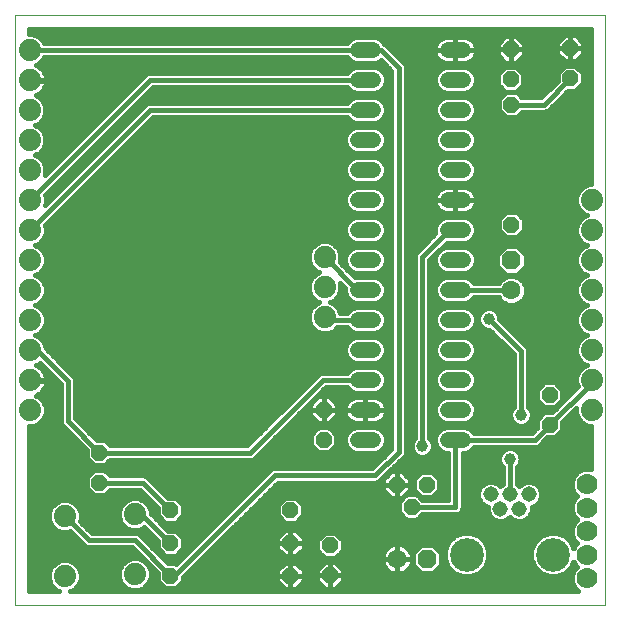
<source format=gtl>
G75*
%MOIN*%
%OFA0B0*%
%FSLAX25Y25*%
%IPPOS*%
%LPD*%
%AMOC8*
5,1,8,0,0,1.08239X$1,22.5*
%
%ADD10C,0.00000*%
%ADD11OC8,0.05200*%
%ADD12OC8,0.06300*%
%ADD13C,0.06300*%
%ADD14C,0.07400*%
%ADD15C,0.05200*%
%ADD16C,0.07000*%
%ADD17C,0.05150*%
%ADD18C,0.11220*%
%ADD19C,0.01600*%
%ADD20C,0.03962*%
D10*
X0011643Y0011643D02*
X0011643Y0208493D01*
X0208493Y0208493D01*
X0208493Y0011643D01*
X0011643Y0011643D01*
D11*
X0039831Y0052509D03*
X0039831Y0062509D03*
X0063493Y0043335D03*
X0063493Y0032312D03*
X0063493Y0021485D03*
X0103493Y0021485D03*
X0103493Y0032312D03*
X0103493Y0043335D03*
X0116721Y0031564D03*
X0116721Y0021564D03*
X0143887Y0044379D03*
X0148887Y0051879D03*
X0138887Y0051879D03*
X0114556Y0066839D03*
X0114556Y0076839D03*
X0177194Y0138493D03*
X0177194Y0178493D03*
X0176957Y0186918D03*
X0176957Y0196918D03*
X0196761Y0197351D03*
X0196761Y0187351D03*
X0189950Y0081761D03*
X0189950Y0071761D03*
D12*
X0149083Y0027076D03*
X0177194Y0126564D03*
D13*
X0177194Y0116564D03*
X0139083Y0027076D03*
D14*
X0204143Y0076643D03*
X0204143Y0086643D03*
X0204143Y0096643D03*
X0204143Y0106643D03*
X0204143Y0116643D03*
X0204143Y0126643D03*
X0204143Y0136643D03*
X0204143Y0146643D03*
X0114910Y0127627D03*
X0114910Y0117627D03*
X0114910Y0107627D03*
X0051643Y0041997D03*
X0051643Y0021997D03*
X0028257Y0021367D03*
X0028257Y0041367D03*
X0016643Y0076643D03*
X0016643Y0086643D03*
X0016643Y0096643D03*
X0016643Y0106643D03*
X0016643Y0116643D03*
X0016643Y0126643D03*
X0016643Y0136643D03*
X0016643Y0146643D03*
X0016564Y0156682D03*
X0016564Y0166682D03*
X0016564Y0176682D03*
X0016564Y0186682D03*
X0016564Y0196682D03*
D15*
X0125932Y0196721D02*
X0131132Y0196721D01*
X0131132Y0186721D02*
X0125932Y0186721D01*
X0125932Y0176721D02*
X0131132Y0176721D01*
X0131132Y0166721D02*
X0125932Y0166721D01*
X0125932Y0156721D02*
X0131132Y0156721D01*
X0131132Y0146721D02*
X0125932Y0146721D01*
X0125932Y0136721D02*
X0131132Y0136721D01*
X0131132Y0126721D02*
X0125932Y0126721D01*
X0125932Y0116721D02*
X0131132Y0116721D01*
X0131132Y0106721D02*
X0125932Y0106721D01*
X0125932Y0096721D02*
X0131132Y0096721D01*
X0131132Y0086721D02*
X0125932Y0086721D01*
X0125932Y0076721D02*
X0131132Y0076721D01*
X0131132Y0066721D02*
X0125932Y0066721D01*
X0155932Y0066721D02*
X0161132Y0066721D01*
X0161132Y0076721D02*
X0155932Y0076721D01*
X0155932Y0086721D02*
X0161132Y0086721D01*
X0161132Y0096721D02*
X0155932Y0096721D01*
X0155932Y0106721D02*
X0161132Y0106721D01*
X0161132Y0116721D02*
X0155932Y0116721D01*
X0155932Y0126721D02*
X0161132Y0126721D01*
X0161132Y0136721D02*
X0155932Y0136721D01*
X0155932Y0146721D02*
X0161132Y0146721D01*
X0161132Y0156721D02*
X0155932Y0156721D01*
X0155932Y0166721D02*
X0161132Y0166721D01*
X0161132Y0176721D02*
X0155932Y0176721D01*
X0155932Y0186721D02*
X0161132Y0186721D01*
X0161132Y0196721D02*
X0155932Y0196721D01*
D16*
X0202430Y0051957D03*
X0202430Y0044123D03*
X0202430Y0036288D03*
X0202430Y0028454D03*
X0202430Y0020619D03*
D17*
X0179792Y0043847D03*
X0176643Y0048572D03*
X0173493Y0043847D03*
X0170343Y0048572D03*
X0182942Y0048572D03*
D18*
X0191013Y0028493D03*
X0162272Y0028493D03*
D19*
X0157604Y0034022D02*
X0120203Y0034022D01*
X0120921Y0033303D02*
X0118461Y0035764D01*
X0114982Y0035764D01*
X0112521Y0033303D01*
X0112521Y0029824D01*
X0114982Y0027364D01*
X0118461Y0027364D01*
X0120921Y0029824D01*
X0120921Y0033303D01*
X0120921Y0032423D02*
X0156096Y0032423D01*
X0156160Y0032577D02*
X0155062Y0029927D01*
X0155062Y0027059D01*
X0156160Y0024409D01*
X0158188Y0022380D01*
X0160838Y0021283D01*
X0163707Y0021283D01*
X0166357Y0022380D01*
X0168385Y0024409D01*
X0169483Y0027059D01*
X0169483Y0029927D01*
X0168385Y0032577D01*
X0166357Y0034605D01*
X0163707Y0035703D01*
X0160838Y0035703D01*
X0158188Y0034605D01*
X0156160Y0032577D01*
X0155434Y0030825D02*
X0152052Y0030825D01*
X0151051Y0031826D02*
X0147116Y0031826D01*
X0144333Y0029043D01*
X0144333Y0025108D01*
X0147116Y0022326D01*
X0151051Y0022326D01*
X0153833Y0025108D01*
X0153833Y0029043D01*
X0151051Y0031826D01*
X0153650Y0029226D02*
X0155062Y0029226D01*
X0155062Y0027628D02*
X0153833Y0027628D01*
X0153833Y0026029D02*
X0155489Y0026029D01*
X0156151Y0024431D02*
X0153156Y0024431D01*
X0151557Y0022832D02*
X0157736Y0022832D01*
X0166808Y0022832D02*
X0186477Y0022832D01*
X0186928Y0022380D02*
X0189578Y0021283D01*
X0192447Y0021283D01*
X0195097Y0022380D01*
X0197125Y0024409D01*
X0197855Y0026171D01*
X0198106Y0025565D01*
X0199135Y0024536D01*
X0198106Y0023508D01*
X0197330Y0021633D01*
X0197330Y0019604D01*
X0198106Y0017730D01*
X0199394Y0016443D01*
X0030218Y0016443D01*
X0031259Y0016874D01*
X0032750Y0018365D01*
X0033557Y0020313D01*
X0033557Y0022421D01*
X0032750Y0024369D01*
X0031259Y0025860D01*
X0029311Y0026667D01*
X0027202Y0026667D01*
X0025254Y0025860D01*
X0023764Y0024369D01*
X0022957Y0022421D01*
X0022957Y0020313D01*
X0023764Y0018365D01*
X0025254Y0016874D01*
X0026296Y0016443D01*
X0016443Y0016443D01*
X0016443Y0071343D01*
X0017697Y0071343D01*
X0019645Y0072149D01*
X0021136Y0073640D01*
X0021943Y0075588D01*
X0021943Y0077697D01*
X0021136Y0079645D01*
X0019645Y0081136D01*
X0018699Y0081528D01*
X0018754Y0081545D01*
X0019525Y0081938D01*
X0020226Y0082447D01*
X0020838Y0083060D01*
X0021347Y0083760D01*
X0021740Y0084531D01*
X0022007Y0085355D01*
X0022143Y0086210D01*
X0022143Y0086442D01*
X0016843Y0086442D01*
X0016843Y0086843D01*
X0022143Y0086843D01*
X0022143Y0087075D01*
X0022007Y0087930D01*
X0021740Y0088754D01*
X0021347Y0089525D01*
X0020838Y0090226D01*
X0020226Y0090838D01*
X0019525Y0091347D01*
X0018754Y0091740D01*
X0018699Y0091757D01*
X0019645Y0092149D01*
X0019953Y0092458D01*
X0026959Y0085452D01*
X0026959Y0072504D01*
X0027324Y0071622D01*
X0028000Y0070946D01*
X0035631Y0063315D01*
X0035631Y0060769D01*
X0038092Y0058309D01*
X0041571Y0058309D01*
X0043371Y0060109D01*
X0090545Y0060109D01*
X0091427Y0060474D01*
X0115274Y0084321D01*
X0122393Y0084321D01*
X0123553Y0083161D01*
X0125097Y0082521D01*
X0131968Y0082521D01*
X0133511Y0083161D01*
X0134693Y0084342D01*
X0135332Y0085886D01*
X0135332Y0087557D01*
X0134693Y0089100D01*
X0133511Y0090282D01*
X0131968Y0090921D01*
X0125097Y0090921D01*
X0123553Y0090282D01*
X0122393Y0089121D01*
X0113803Y0089121D01*
X0112921Y0088756D01*
X0112246Y0088081D01*
X0089074Y0064909D01*
X0043371Y0064909D01*
X0041571Y0066709D01*
X0039026Y0066709D01*
X0031759Y0073975D01*
X0031759Y0086923D01*
X0031394Y0087805D01*
X0021943Y0097256D01*
X0021943Y0097697D01*
X0021136Y0099645D01*
X0019645Y0101136D01*
X0018421Y0101643D01*
X0019645Y0102149D01*
X0021136Y0103640D01*
X0021943Y0105588D01*
X0021943Y0107697D01*
X0021136Y0109645D01*
X0019645Y0111136D01*
X0018421Y0111643D01*
X0019645Y0112149D01*
X0021136Y0113640D01*
X0021943Y0115588D01*
X0021943Y0117697D01*
X0021136Y0119645D01*
X0019645Y0121136D01*
X0018421Y0121643D01*
X0019645Y0122149D01*
X0021136Y0123640D01*
X0021943Y0125588D01*
X0021943Y0127697D01*
X0021136Y0129645D01*
X0019645Y0131136D01*
X0018421Y0131643D01*
X0019645Y0132149D01*
X0021136Y0133640D01*
X0021943Y0135588D01*
X0021943Y0137697D01*
X0021693Y0138299D01*
X0057715Y0174321D01*
X0122393Y0174321D01*
X0123553Y0173161D01*
X0125097Y0172521D01*
X0131968Y0172521D01*
X0133511Y0173161D01*
X0134693Y0174342D01*
X0135332Y0175886D01*
X0135332Y0177557D01*
X0134693Y0179100D01*
X0133511Y0180282D01*
X0131968Y0180921D01*
X0125097Y0180921D01*
X0123553Y0180282D01*
X0122393Y0179121D01*
X0056244Y0179121D01*
X0055362Y0178756D01*
X0021765Y0145159D01*
X0021943Y0145588D01*
X0021943Y0147697D01*
X0021693Y0148299D01*
X0057715Y0184321D01*
X0122393Y0184321D01*
X0123553Y0183161D01*
X0125097Y0182521D01*
X0131968Y0182521D01*
X0133511Y0183161D01*
X0134693Y0184342D01*
X0135332Y0185886D01*
X0135332Y0187557D01*
X0134693Y0189100D01*
X0133511Y0190282D01*
X0131968Y0190921D01*
X0125097Y0190921D01*
X0123553Y0190282D01*
X0122393Y0189121D01*
X0056244Y0189121D01*
X0055362Y0188756D01*
X0054687Y0188081D01*
X0021602Y0154996D01*
X0021864Y0155628D01*
X0021864Y0157736D01*
X0021057Y0159684D01*
X0019566Y0161175D01*
X0018342Y0161682D01*
X0019566Y0162189D01*
X0021057Y0163680D01*
X0021864Y0165628D01*
X0021864Y0167736D01*
X0021057Y0169684D01*
X0019566Y0171175D01*
X0018342Y0171682D01*
X0019566Y0172189D01*
X0021057Y0173680D01*
X0021864Y0175628D01*
X0021864Y0177736D01*
X0021057Y0179684D01*
X0019566Y0181175D01*
X0018620Y0181567D01*
X0018675Y0181585D01*
X0019446Y0181978D01*
X0020147Y0182487D01*
X0020759Y0183099D01*
X0021268Y0183799D01*
X0021661Y0184571D01*
X0021928Y0185394D01*
X0022064Y0186249D01*
X0022064Y0186482D01*
X0016764Y0186482D01*
X0016764Y0186882D01*
X0022064Y0186882D01*
X0022064Y0187115D01*
X0021928Y0187970D01*
X0021661Y0188793D01*
X0021268Y0189565D01*
X0020759Y0190265D01*
X0020147Y0190877D01*
X0019446Y0191386D01*
X0018675Y0191779D01*
X0018620Y0191797D01*
X0019566Y0192189D01*
X0021057Y0193680D01*
X0021323Y0194321D01*
X0122393Y0194321D01*
X0123553Y0193161D01*
X0125097Y0192521D01*
X0131968Y0192521D01*
X0133511Y0193161D01*
X0133664Y0193313D01*
X0137195Y0189782D01*
X0137195Y0063818D01*
X0130727Y0057350D01*
X0097779Y0057350D01*
X0096897Y0056984D01*
X0065415Y0025502D01*
X0065233Y0025685D01*
X0062687Y0025685D01*
X0053716Y0034656D01*
X0053041Y0035331D01*
X0052159Y0035696D01*
X0037322Y0035696D01*
X0033307Y0039710D01*
X0033557Y0040313D01*
X0033557Y0042421D01*
X0032750Y0044369D01*
X0031259Y0045860D01*
X0029311Y0046667D01*
X0027202Y0046667D01*
X0025254Y0045860D01*
X0023764Y0044369D01*
X0022957Y0042421D01*
X0022957Y0040313D01*
X0023764Y0038365D01*
X0025254Y0036874D01*
X0027202Y0036067D01*
X0029311Y0036067D01*
X0029913Y0036316D01*
X0034968Y0031261D01*
X0035850Y0030896D01*
X0050688Y0030896D01*
X0059293Y0022291D01*
X0059293Y0019745D01*
X0061753Y0017285D01*
X0065233Y0017285D01*
X0067693Y0019745D01*
X0067693Y0020992D01*
X0099251Y0052550D01*
X0132199Y0052550D01*
X0133081Y0052915D01*
X0140955Y0060789D01*
X0141630Y0061464D01*
X0141995Y0062346D01*
X0141995Y0191254D01*
X0141630Y0192136D01*
X0135685Y0198081D01*
X0135010Y0198756D01*
X0134799Y0198843D01*
X0134693Y0199100D01*
X0133511Y0200282D01*
X0131968Y0200921D01*
X0125097Y0200921D01*
X0123553Y0200282D01*
X0122393Y0199121D01*
X0021290Y0199121D01*
X0021057Y0199684D01*
X0019566Y0201175D01*
X0017618Y0201982D01*
X0016443Y0201982D01*
X0016443Y0203693D01*
X0203693Y0203693D01*
X0203693Y0151943D01*
X0203088Y0151943D01*
X0201140Y0151136D01*
X0199649Y0149645D01*
X0198843Y0147697D01*
X0198843Y0145588D01*
X0199649Y0143640D01*
X0201140Y0142149D01*
X0202364Y0141643D01*
X0201140Y0141136D01*
X0199649Y0139645D01*
X0198843Y0137697D01*
X0198843Y0135588D01*
X0199649Y0133640D01*
X0201140Y0132149D01*
X0202364Y0131643D01*
X0201140Y0131136D01*
X0199649Y0129645D01*
X0198843Y0127697D01*
X0198843Y0125588D01*
X0199649Y0123640D01*
X0201140Y0122149D01*
X0202364Y0121643D01*
X0201140Y0121136D01*
X0199649Y0119645D01*
X0198843Y0117697D01*
X0198843Y0115588D01*
X0199649Y0113640D01*
X0201140Y0112149D01*
X0202364Y0111643D01*
X0201140Y0111136D01*
X0199649Y0109645D01*
X0198843Y0107697D01*
X0198843Y0105588D01*
X0199649Y0103640D01*
X0201140Y0102149D01*
X0202364Y0101643D01*
X0201140Y0101136D01*
X0199649Y0099645D01*
X0198843Y0097697D01*
X0198843Y0095588D01*
X0199649Y0093640D01*
X0201140Y0092149D01*
X0202364Y0091643D01*
X0201140Y0091136D01*
X0199649Y0089645D01*
X0198843Y0087697D01*
X0198843Y0085588D01*
X0199271Y0084555D01*
X0190677Y0075961D01*
X0188210Y0075961D01*
X0185750Y0073500D01*
X0185750Y0070955D01*
X0183916Y0069121D01*
X0164672Y0069121D01*
X0163511Y0070282D01*
X0161968Y0070921D01*
X0155097Y0070921D01*
X0153553Y0070282D01*
X0152372Y0069100D01*
X0151732Y0067557D01*
X0151732Y0065886D01*
X0152372Y0064342D01*
X0153553Y0063161D01*
X0155097Y0062521D01*
X0156132Y0062521D01*
X0156132Y0046779D01*
X0147426Y0046779D01*
X0145626Y0048579D01*
X0142147Y0048579D01*
X0139687Y0046118D01*
X0139687Y0042639D01*
X0142147Y0040179D01*
X0145626Y0040179D01*
X0147426Y0041979D01*
X0159010Y0041979D01*
X0159892Y0042344D01*
X0160567Y0043019D01*
X0160932Y0043901D01*
X0160932Y0062521D01*
X0161968Y0062521D01*
X0163511Y0063161D01*
X0164672Y0064321D01*
X0185388Y0064321D01*
X0186270Y0064687D01*
X0189144Y0067561D01*
X0191689Y0067561D01*
X0194150Y0070021D01*
X0194150Y0072645D01*
X0198843Y0077338D01*
X0198843Y0075588D01*
X0199649Y0073640D01*
X0201140Y0072149D01*
X0203088Y0071343D01*
X0203693Y0071343D01*
X0203693Y0056955D01*
X0203444Y0057057D01*
X0201415Y0057057D01*
X0199541Y0056281D01*
X0198106Y0054846D01*
X0197330Y0052972D01*
X0197330Y0050943D01*
X0198106Y0049069D01*
X0199135Y0048040D01*
X0198106Y0047012D01*
X0197330Y0045137D01*
X0197330Y0043108D01*
X0198106Y0041234D01*
X0199135Y0040205D01*
X0198106Y0039177D01*
X0197330Y0037303D01*
X0197330Y0035274D01*
X0198106Y0033399D01*
X0199135Y0032371D01*
X0198106Y0031342D01*
X0197871Y0030775D01*
X0197125Y0032577D01*
X0195097Y0034605D01*
X0192447Y0035703D01*
X0189578Y0035703D01*
X0186928Y0034605D01*
X0184900Y0032577D01*
X0183802Y0029927D01*
X0183802Y0027059D01*
X0184900Y0024409D01*
X0186928Y0022380D01*
X0184891Y0024431D02*
X0168394Y0024431D01*
X0169056Y0026029D02*
X0184229Y0026029D01*
X0183802Y0027628D02*
X0169483Y0027628D01*
X0169483Y0029226D02*
X0183802Y0029226D01*
X0184174Y0030825D02*
X0169111Y0030825D01*
X0168449Y0032423D02*
X0184836Y0032423D01*
X0186345Y0034022D02*
X0166940Y0034022D01*
X0163907Y0035620D02*
X0189378Y0035620D01*
X0192647Y0035620D02*
X0197330Y0035620D01*
X0197330Y0037219D02*
X0083920Y0037219D01*
X0085518Y0038817D02*
X0197957Y0038817D01*
X0198925Y0040416D02*
X0182265Y0040416D01*
X0182157Y0040308D02*
X0183331Y0041482D01*
X0183967Y0043017D01*
X0183967Y0044478D01*
X0185307Y0045032D01*
X0186481Y0046207D01*
X0187117Y0047741D01*
X0187117Y0049402D01*
X0186481Y0050936D01*
X0185307Y0052111D01*
X0183772Y0052746D01*
X0182111Y0052746D01*
X0180577Y0052111D01*
X0179792Y0051326D01*
X0179043Y0052076D01*
X0179043Y0057699D01*
X0179678Y0058334D01*
X0180224Y0059651D01*
X0180224Y0061075D01*
X0179678Y0062392D01*
X0178671Y0063399D01*
X0177355Y0063944D01*
X0175930Y0063944D01*
X0174614Y0063399D01*
X0173607Y0062392D01*
X0173061Y0061075D01*
X0173061Y0059651D01*
X0173607Y0058334D01*
X0174243Y0057699D01*
X0174243Y0052076D01*
X0173493Y0051326D01*
X0172708Y0052111D01*
X0171174Y0052746D01*
X0169513Y0052746D01*
X0167978Y0052111D01*
X0166804Y0050936D01*
X0166169Y0049402D01*
X0166169Y0047741D01*
X0166804Y0046207D01*
X0167978Y0045032D01*
X0169318Y0044478D01*
X0169318Y0043017D01*
X0169954Y0041482D01*
X0171128Y0040308D01*
X0172662Y0039672D01*
X0174323Y0039672D01*
X0175858Y0040308D01*
X0176643Y0041093D01*
X0177427Y0040308D01*
X0178962Y0039672D01*
X0180623Y0039672D01*
X0182157Y0040308D01*
X0183552Y0042014D02*
X0197783Y0042014D01*
X0197330Y0043613D02*
X0183967Y0043613D01*
X0185485Y0045211D02*
X0197361Y0045211D01*
X0198023Y0046810D02*
X0186731Y0046810D01*
X0187117Y0048408D02*
X0198767Y0048408D01*
X0197718Y0050007D02*
X0186866Y0050007D01*
X0185812Y0051605D02*
X0197330Y0051605D01*
X0197426Y0053204D02*
X0179043Y0053204D01*
X0179043Y0054802D02*
X0198088Y0054802D01*
X0199830Y0056401D02*
X0179043Y0056401D01*
X0179343Y0057999D02*
X0203693Y0057999D01*
X0203693Y0059598D02*
X0180202Y0059598D01*
X0180173Y0061196D02*
X0203693Y0061196D01*
X0203693Y0062795D02*
X0179275Y0062795D01*
X0176643Y0060363D02*
X0176643Y0048572D01*
X0173772Y0051605D02*
X0173214Y0051605D01*
X0174243Y0053204D02*
X0160932Y0053204D01*
X0160932Y0054802D02*
X0174243Y0054802D01*
X0174243Y0056401D02*
X0160932Y0056401D01*
X0160932Y0057999D02*
X0173942Y0057999D01*
X0173083Y0059598D02*
X0160932Y0059598D01*
X0160932Y0061196D02*
X0173112Y0061196D01*
X0174010Y0062795D02*
X0162628Y0062795D01*
X0158532Y0066721D02*
X0184910Y0066721D01*
X0189950Y0071761D01*
X0190776Y0072666D01*
X0202587Y0084477D01*
X0202587Y0086446D01*
X0204143Y0086643D01*
X0202184Y0091568D02*
X0182842Y0091568D01*
X0182842Y0089970D02*
X0199974Y0089970D01*
X0199122Y0088371D02*
X0182842Y0088371D01*
X0182842Y0086773D02*
X0198843Y0086773D01*
X0199014Y0085174D02*
X0192476Y0085174D01*
X0191689Y0085961D02*
X0194150Y0083500D01*
X0194150Y0080021D01*
X0191689Y0077561D01*
X0188210Y0077561D01*
X0185750Y0080021D01*
X0185750Y0083500D01*
X0188210Y0085961D01*
X0191689Y0085961D01*
X0194074Y0083576D02*
X0198292Y0083576D01*
X0196693Y0081977D02*
X0194150Y0081977D01*
X0194150Y0080379D02*
X0195095Y0080379D01*
X0193496Y0078780D02*
X0192909Y0078780D01*
X0191898Y0077181D02*
X0183451Y0077181D01*
X0183478Y0077155D02*
X0182842Y0077791D01*
X0182842Y0096766D01*
X0182476Y0097648D01*
X0173196Y0106928D01*
X0173196Y0107827D01*
X0172651Y0109143D01*
X0171643Y0110151D01*
X0170327Y0110696D01*
X0168903Y0110696D01*
X0167586Y0110151D01*
X0166579Y0109143D01*
X0166034Y0107827D01*
X0166034Y0106403D01*
X0166579Y0105086D01*
X0167586Y0104079D01*
X0168903Y0103534D01*
X0169802Y0103534D01*
X0178042Y0095294D01*
X0178042Y0077791D01*
X0177406Y0077155D01*
X0176861Y0075839D01*
X0176861Y0074414D01*
X0177406Y0073098D01*
X0178413Y0072091D01*
X0179729Y0071546D01*
X0181154Y0071546D01*
X0182470Y0072091D01*
X0183478Y0073098D01*
X0184023Y0074414D01*
X0184023Y0075839D01*
X0183478Y0077155D01*
X0184023Y0075583D02*
X0187832Y0075583D01*
X0186234Y0073984D02*
X0183845Y0073984D01*
X0182765Y0072386D02*
X0185750Y0072386D01*
X0185582Y0070787D02*
X0162291Y0070787D01*
X0161968Y0072521D02*
X0163511Y0073161D01*
X0164693Y0074342D01*
X0165332Y0075886D01*
X0165332Y0077557D01*
X0164693Y0079100D01*
X0163511Y0080282D01*
X0161968Y0080921D01*
X0155097Y0080921D01*
X0153553Y0080282D01*
X0152372Y0079100D01*
X0151732Y0077557D01*
X0151732Y0075886D01*
X0152372Y0074342D01*
X0153553Y0073161D01*
X0155097Y0072521D01*
X0161968Y0072521D01*
X0164335Y0073984D02*
X0177039Y0073984D01*
X0176861Y0075583D02*
X0165207Y0075583D01*
X0165332Y0077181D02*
X0177432Y0077181D01*
X0178042Y0078780D02*
X0164826Y0078780D01*
X0163278Y0080379D02*
X0178042Y0080379D01*
X0178042Y0081977D02*
X0149869Y0081977D01*
X0149869Y0080379D02*
X0153787Y0080379D01*
X0152239Y0078780D02*
X0149869Y0078780D01*
X0149869Y0077181D02*
X0151732Y0077181D01*
X0151858Y0075583D02*
X0149869Y0075583D01*
X0149869Y0073984D02*
X0152729Y0073984D01*
X0149869Y0072386D02*
X0178118Y0072386D01*
X0180442Y0075127D02*
X0180442Y0096288D01*
X0169615Y0107115D01*
X0166219Y0105955D02*
X0165332Y0105955D01*
X0165332Y0105886D02*
X0165332Y0107557D01*
X0164693Y0109100D01*
X0163511Y0110282D01*
X0161968Y0110921D01*
X0155097Y0110921D01*
X0153553Y0110282D01*
X0152372Y0109100D01*
X0151732Y0107557D01*
X0151732Y0105886D01*
X0152372Y0104342D01*
X0153553Y0103161D01*
X0155097Y0102521D01*
X0161968Y0102521D01*
X0163511Y0103161D01*
X0164693Y0104342D01*
X0165332Y0105886D01*
X0164699Y0104356D02*
X0167309Y0104356D01*
X0166034Y0107553D02*
X0165332Y0107553D01*
X0164642Y0109152D02*
X0166587Y0109152D01*
X0162381Y0110750D02*
X0200755Y0110750D01*
X0200941Y0112349D02*
X0179430Y0112349D01*
X0179884Y0112537D02*
X0181221Y0113873D01*
X0181944Y0115619D01*
X0181944Y0117509D01*
X0181221Y0119254D01*
X0179884Y0120591D01*
X0178139Y0121314D01*
X0176249Y0121314D01*
X0174503Y0120591D01*
X0173167Y0119254D01*
X0173112Y0119121D01*
X0164672Y0119121D01*
X0163511Y0120282D01*
X0161968Y0120921D01*
X0155097Y0120921D01*
X0153553Y0120282D01*
X0152372Y0119100D01*
X0151732Y0117557D01*
X0151732Y0115886D01*
X0152372Y0114342D01*
X0153553Y0113161D01*
X0155097Y0112521D01*
X0161968Y0112521D01*
X0163511Y0113161D01*
X0164672Y0114321D01*
X0172981Y0114321D01*
X0173167Y0113873D01*
X0174503Y0112537D01*
X0176249Y0111814D01*
X0178139Y0111814D01*
X0179884Y0112537D01*
X0181251Y0113947D02*
X0199522Y0113947D01*
X0198860Y0115546D02*
X0181913Y0115546D01*
X0181944Y0117144D02*
X0198843Y0117144D01*
X0199276Y0118743D02*
X0181432Y0118743D01*
X0180134Y0120341D02*
X0200346Y0120341D01*
X0201646Y0121940D02*
X0179287Y0121940D01*
X0179161Y0121814D02*
X0181944Y0124596D01*
X0181944Y0128531D01*
X0179161Y0131314D01*
X0175226Y0131314D01*
X0172444Y0128531D01*
X0172444Y0124596D01*
X0175226Y0121814D01*
X0179161Y0121814D01*
X0180886Y0123538D02*
X0199751Y0123538D01*
X0199030Y0125137D02*
X0181944Y0125137D01*
X0181944Y0126735D02*
X0198843Y0126735D01*
X0199106Y0128334D02*
X0181944Y0128334D01*
X0180543Y0129932D02*
X0199937Y0129932D01*
X0202095Y0131531D02*
X0154610Y0131531D01*
X0155097Y0130921D02*
X0153553Y0130282D01*
X0152372Y0129100D01*
X0151732Y0127557D01*
X0151732Y0125886D01*
X0152372Y0124342D01*
X0153553Y0123161D01*
X0155097Y0122521D01*
X0161968Y0122521D01*
X0163511Y0123161D01*
X0164693Y0124342D01*
X0165332Y0125886D01*
X0165332Y0127557D01*
X0164693Y0129100D01*
X0163511Y0130282D01*
X0161968Y0130921D01*
X0155097Y0130921D01*
X0155600Y0132521D02*
X0161968Y0132521D01*
X0163511Y0133161D01*
X0164693Y0134342D01*
X0165332Y0135886D01*
X0165332Y0137557D01*
X0164693Y0139100D01*
X0163511Y0140282D01*
X0161968Y0140921D01*
X0155097Y0140921D01*
X0153553Y0140282D01*
X0152372Y0139100D01*
X0151732Y0137557D01*
X0151732Y0135886D01*
X0151862Y0135572D01*
X0146110Y0129819D01*
X0145435Y0129144D01*
X0145069Y0128262D01*
X0145069Y0067457D01*
X0144433Y0066821D01*
X0143888Y0065504D01*
X0143888Y0064080D01*
X0144433Y0062764D01*
X0145441Y0061756D01*
X0146757Y0061211D01*
X0148182Y0061211D01*
X0149498Y0061756D01*
X0150505Y0062764D01*
X0151050Y0064080D01*
X0151050Y0065504D01*
X0150505Y0066821D01*
X0149869Y0067457D01*
X0149869Y0126790D01*
X0155600Y0132521D01*
X0155343Y0135658D02*
X0147469Y0127784D01*
X0147469Y0064792D01*
X0144090Y0065992D02*
X0141995Y0065992D01*
X0141995Y0067590D02*
X0145069Y0067590D01*
X0145069Y0069189D02*
X0141995Y0069189D01*
X0141995Y0070787D02*
X0145069Y0070787D01*
X0145069Y0072386D02*
X0141995Y0072386D01*
X0141995Y0073984D02*
X0145069Y0073984D01*
X0145069Y0075583D02*
X0141995Y0075583D01*
X0141995Y0077181D02*
X0145069Y0077181D01*
X0145069Y0078780D02*
X0141995Y0078780D01*
X0141995Y0080379D02*
X0145069Y0080379D01*
X0145069Y0081977D02*
X0141995Y0081977D01*
X0141995Y0083576D02*
X0145069Y0083576D01*
X0145069Y0085174D02*
X0141995Y0085174D01*
X0141995Y0086773D02*
X0145069Y0086773D01*
X0145069Y0088371D02*
X0141995Y0088371D01*
X0141995Y0089970D02*
X0145069Y0089970D01*
X0145069Y0091568D02*
X0141995Y0091568D01*
X0141995Y0093167D02*
X0145069Y0093167D01*
X0145069Y0094765D02*
X0141995Y0094765D01*
X0141995Y0096364D02*
X0145069Y0096364D01*
X0145069Y0097962D02*
X0141995Y0097962D01*
X0141995Y0099561D02*
X0145069Y0099561D01*
X0145069Y0101159D02*
X0141995Y0101159D01*
X0141995Y0102758D02*
X0145069Y0102758D01*
X0145069Y0104356D02*
X0141995Y0104356D01*
X0141995Y0105955D02*
X0145069Y0105955D01*
X0145069Y0107553D02*
X0141995Y0107553D01*
X0141995Y0109152D02*
X0145069Y0109152D01*
X0145069Y0110750D02*
X0141995Y0110750D01*
X0141995Y0112349D02*
X0145069Y0112349D01*
X0145069Y0113947D02*
X0141995Y0113947D01*
X0141995Y0115546D02*
X0145069Y0115546D01*
X0145069Y0117144D02*
X0141995Y0117144D01*
X0141995Y0118743D02*
X0145069Y0118743D01*
X0145069Y0120341D02*
X0141995Y0120341D01*
X0141995Y0121940D02*
X0145069Y0121940D01*
X0145069Y0123538D02*
X0141995Y0123538D01*
X0141995Y0125137D02*
X0145069Y0125137D01*
X0145069Y0126735D02*
X0141995Y0126735D01*
X0141995Y0128334D02*
X0145099Y0128334D01*
X0146223Y0129932D02*
X0141995Y0129932D01*
X0141995Y0131531D02*
X0147822Y0131531D01*
X0149420Y0133129D02*
X0141995Y0133129D01*
X0141995Y0134728D02*
X0151019Y0134728D01*
X0151732Y0136326D02*
X0141995Y0136326D01*
X0141995Y0137925D02*
X0151885Y0137925D01*
X0152795Y0139523D02*
X0141995Y0139523D01*
X0141995Y0141122D02*
X0173883Y0141122D01*
X0172994Y0140233D02*
X0172994Y0136753D01*
X0175454Y0134293D01*
X0178933Y0134293D01*
X0181394Y0136753D01*
X0181394Y0140233D01*
X0178933Y0142693D01*
X0175454Y0142693D01*
X0172994Y0140233D01*
X0172994Y0139523D02*
X0164270Y0139523D01*
X0165180Y0137925D02*
X0172994Y0137925D01*
X0173421Y0136326D02*
X0165332Y0136326D01*
X0164853Y0134728D02*
X0175019Y0134728D01*
X0179368Y0134728D02*
X0199199Y0134728D01*
X0198843Y0136326D02*
X0180967Y0136326D01*
X0181394Y0137925D02*
X0198937Y0137925D01*
X0199599Y0139523D02*
X0181394Y0139523D01*
X0180504Y0141122D02*
X0201127Y0141122D01*
X0200569Y0142720D02*
X0162972Y0142720D01*
X0162821Y0142644D02*
X0163438Y0142958D01*
X0163999Y0143365D01*
X0164488Y0143855D01*
X0164895Y0144415D01*
X0165210Y0145032D01*
X0165424Y0145691D01*
X0165532Y0146375D01*
X0165532Y0146721D01*
X0158532Y0146721D01*
X0158532Y0146721D01*
X0158532Y0142321D01*
X0155586Y0142321D01*
X0154902Y0142430D01*
X0154243Y0142644D01*
X0153626Y0142958D01*
X0153066Y0143365D01*
X0152576Y0143855D01*
X0152169Y0144415D01*
X0151855Y0145032D01*
X0151641Y0145691D01*
X0151532Y0146375D01*
X0151532Y0146721D01*
X0158532Y0146721D01*
X0158532Y0146721D01*
X0151532Y0146721D01*
X0151532Y0147068D01*
X0151641Y0147752D01*
X0151855Y0148410D01*
X0152169Y0149027D01*
X0152576Y0149588D01*
X0153066Y0150077D01*
X0153626Y0150484D01*
X0154243Y0150799D01*
X0154902Y0151013D01*
X0155586Y0151121D01*
X0158532Y0151121D01*
X0158532Y0146721D01*
X0158532Y0142321D01*
X0161479Y0142321D01*
X0162163Y0142430D01*
X0162821Y0142644D01*
X0164826Y0144319D02*
X0199368Y0144319D01*
X0198843Y0145917D02*
X0165460Y0145917D01*
X0165532Y0146721D02*
X0165532Y0147068D01*
X0165424Y0147752D01*
X0165210Y0148410D01*
X0164895Y0149027D01*
X0164488Y0149588D01*
X0163999Y0150077D01*
X0163438Y0150484D01*
X0162821Y0150799D01*
X0162163Y0151013D01*
X0161479Y0151121D01*
X0158532Y0151121D01*
X0158532Y0146721D01*
X0158532Y0146721D01*
X0158532Y0146721D01*
X0165532Y0146721D01*
X0165461Y0147516D02*
X0198843Y0147516D01*
X0199430Y0149114D02*
X0164832Y0149114D01*
X0162990Y0150713D02*
X0200718Y0150713D01*
X0203693Y0152312D02*
X0141995Y0152312D01*
X0141995Y0153910D02*
X0152804Y0153910D01*
X0152372Y0154342D02*
X0151732Y0155886D01*
X0151732Y0157557D01*
X0152372Y0159100D01*
X0153553Y0160282D01*
X0155097Y0160921D01*
X0161968Y0160921D01*
X0163511Y0160282D01*
X0164693Y0159100D01*
X0165332Y0157557D01*
X0165332Y0155886D01*
X0164693Y0154342D01*
X0163511Y0153161D01*
X0161968Y0152521D01*
X0155097Y0152521D01*
X0153553Y0153161D01*
X0152372Y0154342D01*
X0151889Y0155509D02*
X0141995Y0155509D01*
X0141995Y0157107D02*
X0151732Y0157107D01*
X0152208Y0158706D02*
X0141995Y0158706D01*
X0141995Y0160304D02*
X0153607Y0160304D01*
X0155097Y0162521D02*
X0153553Y0163161D01*
X0152372Y0164342D01*
X0151732Y0165886D01*
X0151732Y0167557D01*
X0152372Y0169100D01*
X0153553Y0170282D01*
X0155097Y0170921D01*
X0161968Y0170921D01*
X0163511Y0170282D01*
X0164693Y0169100D01*
X0165332Y0167557D01*
X0165332Y0165886D01*
X0164693Y0164342D01*
X0163511Y0163161D01*
X0161968Y0162521D01*
X0155097Y0162521D01*
X0153213Y0163501D02*
X0141995Y0163501D01*
X0141995Y0161903D02*
X0203693Y0161903D01*
X0203693Y0163501D02*
X0163852Y0163501D01*
X0165007Y0165100D02*
X0203693Y0165100D01*
X0203693Y0166698D02*
X0165332Y0166698D01*
X0165026Y0168297D02*
X0203693Y0168297D01*
X0203693Y0169895D02*
X0163898Y0169895D01*
X0161968Y0172521D02*
X0163511Y0173161D01*
X0164693Y0174342D01*
X0165332Y0175886D01*
X0165332Y0177557D01*
X0164693Y0179100D01*
X0163511Y0180282D01*
X0161968Y0180921D01*
X0155097Y0180921D01*
X0153553Y0180282D01*
X0152372Y0179100D01*
X0151732Y0177557D01*
X0151732Y0175886D01*
X0152372Y0174342D01*
X0153553Y0173161D01*
X0155097Y0172521D01*
X0161968Y0172521D01*
X0163346Y0173092D02*
X0203693Y0173092D01*
X0203693Y0171494D02*
X0141995Y0171494D01*
X0141995Y0173092D02*
X0153719Y0173092D01*
X0152227Y0174691D02*
X0141995Y0174691D01*
X0141995Y0176289D02*
X0151732Y0176289D01*
X0151869Y0177888D02*
X0141995Y0177888D01*
X0141995Y0179486D02*
X0152758Y0179486D01*
X0154706Y0182683D02*
X0141995Y0182683D01*
X0141995Y0181085D02*
X0173846Y0181085D01*
X0172994Y0180233D02*
X0172994Y0176753D01*
X0175454Y0174293D01*
X0178933Y0174293D01*
X0180733Y0176093D01*
X0188380Y0176093D01*
X0189262Y0176458D01*
X0195955Y0183151D01*
X0198500Y0183151D01*
X0200961Y0185611D01*
X0200961Y0189091D01*
X0198500Y0191551D01*
X0195021Y0191551D01*
X0192561Y0189091D01*
X0192561Y0186545D01*
X0186908Y0180893D01*
X0180733Y0180893D01*
X0178933Y0182693D01*
X0175454Y0182693D01*
X0172994Y0180233D01*
X0172994Y0179486D02*
X0164307Y0179486D01*
X0165195Y0177888D02*
X0172994Y0177888D01*
X0173458Y0176289D02*
X0165332Y0176289D01*
X0164837Y0174691D02*
X0175056Y0174691D01*
X0179331Y0174691D02*
X0203693Y0174691D01*
X0203693Y0176289D02*
X0188854Y0176289D01*
X0187902Y0178493D02*
X0196761Y0187351D01*
X0199631Y0184282D02*
X0203693Y0184282D01*
X0203693Y0185880D02*
X0200961Y0185880D01*
X0200961Y0187479D02*
X0203693Y0187479D01*
X0203693Y0189077D02*
X0200961Y0189077D01*
X0199376Y0190676D02*
X0203693Y0190676D01*
X0203693Y0192274D02*
X0141491Y0192274D01*
X0141995Y0190676D02*
X0154504Y0190676D01*
X0155097Y0190921D02*
X0153553Y0190282D01*
X0152372Y0189100D01*
X0151732Y0187557D01*
X0151732Y0185886D01*
X0152372Y0184342D01*
X0153553Y0183161D01*
X0155097Y0182521D01*
X0161968Y0182521D01*
X0163511Y0183161D01*
X0164693Y0184342D01*
X0165332Y0185886D01*
X0165332Y0187557D01*
X0164693Y0189100D01*
X0163511Y0190282D01*
X0161968Y0190921D01*
X0155097Y0190921D01*
X0155586Y0192321D02*
X0158532Y0192321D01*
X0158532Y0196721D01*
X0158532Y0196721D01*
X0151532Y0196721D01*
X0151532Y0196375D01*
X0151641Y0195691D01*
X0151855Y0195032D01*
X0152169Y0194415D01*
X0152576Y0193855D01*
X0153066Y0193365D01*
X0153626Y0192958D01*
X0154243Y0192644D01*
X0154902Y0192430D01*
X0155586Y0192321D01*
X0158532Y0192321D02*
X0161479Y0192321D01*
X0162163Y0192430D01*
X0162821Y0192644D01*
X0163438Y0192958D01*
X0163999Y0193365D01*
X0164488Y0193855D01*
X0164895Y0194415D01*
X0165210Y0195032D01*
X0165424Y0195691D01*
X0165532Y0196375D01*
X0165532Y0196721D01*
X0158532Y0196721D01*
X0158532Y0196721D01*
X0151532Y0196721D01*
X0151532Y0197068D01*
X0151641Y0197752D01*
X0151855Y0198410D01*
X0152169Y0199027D01*
X0152576Y0199588D01*
X0153066Y0200077D01*
X0153626Y0200484D01*
X0154243Y0200799D01*
X0154902Y0201013D01*
X0155586Y0201121D01*
X0158532Y0201121D01*
X0158532Y0196721D01*
X0158532Y0192321D01*
X0158532Y0193873D02*
X0158532Y0193873D01*
X0158532Y0195471D02*
X0158532Y0195471D01*
X0158532Y0196721D02*
X0158532Y0196721D01*
X0158532Y0196721D01*
X0158532Y0201121D01*
X0161479Y0201121D01*
X0162163Y0201013D01*
X0162821Y0200799D01*
X0163438Y0200484D01*
X0163999Y0200077D01*
X0164488Y0199588D01*
X0164895Y0199027D01*
X0165210Y0198410D01*
X0165424Y0197752D01*
X0165532Y0197068D01*
X0165532Y0196721D01*
X0158532Y0196721D01*
X0158532Y0197070D02*
X0158532Y0197070D01*
X0158532Y0198668D02*
X0158532Y0198668D01*
X0158532Y0200267D02*
X0158532Y0200267D01*
X0153327Y0200267D02*
X0133526Y0200267D01*
X0135097Y0198668D02*
X0151986Y0198668D01*
X0151533Y0197070D02*
X0136696Y0197070D01*
X0138294Y0195471D02*
X0151712Y0195471D01*
X0152563Y0193873D02*
X0139893Y0193873D01*
X0139595Y0190776D02*
X0133650Y0196721D01*
X0128532Y0196721D01*
X0016603Y0196721D01*
X0016564Y0196682D01*
X0020474Y0200267D02*
X0123538Y0200267D01*
X0128532Y0196721D02*
X0128532Y0196682D01*
X0122841Y0193873D02*
X0021137Y0193873D01*
X0019652Y0192274D02*
X0134703Y0192274D01*
X0136302Y0190676D02*
X0132560Y0190676D01*
X0134702Y0189077D02*
X0137195Y0189077D01*
X0137195Y0187479D02*
X0135332Y0187479D01*
X0135330Y0185880D02*
X0137195Y0185880D01*
X0137195Y0184282D02*
X0134632Y0184282D01*
X0132359Y0182683D02*
X0137195Y0182683D01*
X0137195Y0181085D02*
X0054479Y0181085D01*
X0056077Y0182683D02*
X0124706Y0182683D01*
X0122432Y0184282D02*
X0057676Y0184282D01*
X0056721Y0186721D02*
X0128532Y0186721D01*
X0124504Y0190676D02*
X0020348Y0190676D01*
X0021516Y0189077D02*
X0056138Y0189077D01*
X0056721Y0186721D02*
X0016643Y0146643D01*
X0021943Y0145917D02*
X0022523Y0145917D01*
X0021943Y0147516D02*
X0024122Y0147516D01*
X0025720Y0149114D02*
X0022509Y0149114D01*
X0024107Y0150713D02*
X0027319Y0150713D01*
X0028917Y0152312D02*
X0025706Y0152312D01*
X0027304Y0153910D02*
X0030516Y0153910D01*
X0032114Y0155509D02*
X0028903Y0155509D01*
X0030501Y0157107D02*
X0033713Y0157107D01*
X0035311Y0158706D02*
X0032100Y0158706D01*
X0033698Y0160304D02*
X0036910Y0160304D01*
X0038508Y0161903D02*
X0035297Y0161903D01*
X0036895Y0163501D02*
X0040107Y0163501D01*
X0041706Y0165100D02*
X0038494Y0165100D01*
X0040092Y0166698D02*
X0043304Y0166698D01*
X0044903Y0168297D02*
X0041691Y0168297D01*
X0043289Y0169895D02*
X0046501Y0169895D01*
X0048100Y0171494D02*
X0044888Y0171494D01*
X0046486Y0173092D02*
X0049698Y0173092D01*
X0051297Y0174691D02*
X0048085Y0174691D01*
X0049683Y0176289D02*
X0052895Y0176289D01*
X0054494Y0177888D02*
X0051282Y0177888D01*
X0052880Y0179486D02*
X0122758Y0179486D01*
X0128532Y0176721D02*
X0056721Y0176721D01*
X0016643Y0136643D01*
X0021586Y0134728D02*
X0122212Y0134728D01*
X0122372Y0134342D02*
X0123553Y0133161D01*
X0125097Y0132521D01*
X0131968Y0132521D01*
X0133511Y0133161D01*
X0134693Y0134342D01*
X0135332Y0135886D01*
X0135332Y0137557D01*
X0134693Y0139100D01*
X0133511Y0140282D01*
X0131968Y0140921D01*
X0125097Y0140921D01*
X0123553Y0140282D01*
X0122372Y0139100D01*
X0121732Y0137557D01*
X0121732Y0135886D01*
X0122372Y0134342D01*
X0123629Y0133129D02*
X0020625Y0133129D01*
X0018691Y0131531D02*
X0111319Y0131531D01*
X0111908Y0132120D02*
X0110417Y0130629D01*
X0109610Y0128681D01*
X0109610Y0126573D01*
X0110417Y0124625D01*
X0111908Y0123134D01*
X0113132Y0122627D01*
X0111908Y0122120D01*
X0110417Y0120629D01*
X0109610Y0118681D01*
X0109610Y0116573D01*
X0110417Y0114625D01*
X0111908Y0113134D01*
X0113132Y0112627D01*
X0111908Y0112120D01*
X0110417Y0110629D01*
X0109610Y0108681D01*
X0109610Y0106573D01*
X0110417Y0104625D01*
X0111908Y0103134D01*
X0113856Y0102327D01*
X0115964Y0102327D01*
X0117912Y0103134D01*
X0119100Y0104321D01*
X0122393Y0104321D01*
X0123553Y0103161D01*
X0125097Y0102521D01*
X0131968Y0102521D01*
X0133511Y0103161D01*
X0134693Y0104342D01*
X0135332Y0105886D01*
X0135332Y0107557D01*
X0134693Y0109100D01*
X0133511Y0110282D01*
X0131968Y0110921D01*
X0125097Y0110921D01*
X0123553Y0110282D01*
X0122393Y0109121D01*
X0120028Y0109121D01*
X0119403Y0110629D01*
X0117912Y0112120D01*
X0116689Y0112627D01*
X0117912Y0113134D01*
X0119403Y0114625D01*
X0120210Y0116573D01*
X0120210Y0118681D01*
X0120032Y0119111D01*
X0121732Y0117411D01*
X0121732Y0115886D01*
X0122372Y0114342D01*
X0123553Y0113161D01*
X0125097Y0112521D01*
X0131968Y0112521D01*
X0133511Y0113161D01*
X0134693Y0114342D01*
X0135332Y0115886D01*
X0135332Y0117557D01*
X0134693Y0119100D01*
X0133511Y0120282D01*
X0131968Y0120921D01*
X0125097Y0120921D01*
X0125035Y0120896D01*
X0119961Y0125970D01*
X0120210Y0126573D01*
X0120210Y0128681D01*
X0119403Y0130629D01*
X0117912Y0132120D01*
X0115964Y0132927D01*
X0113856Y0132927D01*
X0111908Y0132120D01*
X0110129Y0129932D02*
X0020848Y0129932D01*
X0021679Y0128334D02*
X0109610Y0128334D01*
X0109610Y0126735D02*
X0021943Y0126735D01*
X0021755Y0125137D02*
X0110205Y0125137D01*
X0111503Y0123538D02*
X0021034Y0123538D01*
X0019139Y0121940D02*
X0111728Y0121940D01*
X0110298Y0120341D02*
X0020439Y0120341D01*
X0021509Y0118743D02*
X0109636Y0118743D01*
X0109610Y0117144D02*
X0021943Y0117144D01*
X0021925Y0115546D02*
X0110036Y0115546D01*
X0111094Y0113947D02*
X0021263Y0113947D01*
X0019844Y0112349D02*
X0112461Y0112349D01*
X0110538Y0110750D02*
X0020030Y0110750D01*
X0021340Y0109152D02*
X0109805Y0109152D01*
X0109610Y0107553D02*
X0021943Y0107553D01*
X0021943Y0105955D02*
X0109866Y0105955D01*
X0110685Y0104356D02*
X0021432Y0104356D01*
X0020253Y0102758D02*
X0112816Y0102758D01*
X0117005Y0102758D02*
X0124526Y0102758D01*
X0125097Y0100921D02*
X0123553Y0100282D01*
X0122372Y0099100D01*
X0121732Y0097557D01*
X0121732Y0095886D01*
X0122372Y0094342D01*
X0123553Y0093161D01*
X0125097Y0092521D01*
X0131968Y0092521D01*
X0133511Y0093161D01*
X0134693Y0094342D01*
X0135332Y0095886D01*
X0135332Y0097557D01*
X0134693Y0099100D01*
X0133511Y0100282D01*
X0131968Y0100921D01*
X0125097Y0100921D01*
X0122832Y0099561D02*
X0021170Y0099561D01*
X0021833Y0097962D02*
X0121900Y0097962D01*
X0121732Y0096364D02*
X0022835Y0096364D01*
X0024434Y0094765D02*
X0122196Y0094765D01*
X0123547Y0093167D02*
X0026032Y0093167D01*
X0027631Y0091568D02*
X0137195Y0091568D01*
X0137195Y0089970D02*
X0133824Y0089970D01*
X0134995Y0088371D02*
X0137195Y0088371D01*
X0137195Y0086773D02*
X0135332Y0086773D01*
X0135037Y0085174D02*
X0137195Y0085174D01*
X0137195Y0083576D02*
X0133926Y0083576D01*
X0132821Y0080799D02*
X0132163Y0081013D01*
X0131479Y0081121D01*
X0128532Y0081121D01*
X0125586Y0081121D01*
X0124902Y0081013D01*
X0124243Y0080799D01*
X0123626Y0080484D01*
X0123066Y0080077D01*
X0122576Y0079588D01*
X0122169Y0079027D01*
X0121855Y0078410D01*
X0121641Y0077752D01*
X0121532Y0077068D01*
X0121532Y0076721D01*
X0121532Y0076375D01*
X0121641Y0075691D01*
X0121855Y0075032D01*
X0122169Y0074415D01*
X0122576Y0073855D01*
X0123066Y0073365D01*
X0123626Y0072958D01*
X0124243Y0072644D01*
X0124902Y0072430D01*
X0125586Y0072321D01*
X0128532Y0072321D01*
X0128532Y0076721D01*
X0128532Y0076721D01*
X0121532Y0076721D01*
X0128532Y0076721D01*
X0128532Y0076721D01*
X0128532Y0072321D01*
X0131479Y0072321D01*
X0132163Y0072430D01*
X0132821Y0072644D01*
X0133438Y0072958D01*
X0133999Y0073365D01*
X0134488Y0073855D01*
X0134895Y0074415D01*
X0135210Y0075032D01*
X0135424Y0075691D01*
X0135532Y0076375D01*
X0135532Y0076721D01*
X0128532Y0076721D01*
X0128532Y0081121D01*
X0128532Y0076721D01*
X0128532Y0076721D01*
X0128532Y0076721D01*
X0135532Y0076721D01*
X0135532Y0077068D01*
X0135424Y0077752D01*
X0135210Y0078410D01*
X0134895Y0079027D01*
X0134488Y0079588D01*
X0133999Y0080077D01*
X0133438Y0080484D01*
X0132821Y0080799D01*
X0133584Y0080379D02*
X0137195Y0080379D01*
X0137195Y0081977D02*
X0112930Y0081977D01*
X0112733Y0081239D02*
X0110156Y0078662D01*
X0110156Y0076839D01*
X0110156Y0075017D01*
X0112733Y0072439D01*
X0114556Y0072439D01*
X0116378Y0072439D01*
X0118956Y0075017D01*
X0118956Y0076839D01*
X0114556Y0076839D01*
X0114556Y0072439D01*
X0114556Y0076839D01*
X0114556Y0076839D01*
X0114556Y0076839D01*
X0110156Y0076839D01*
X0114556Y0076839D01*
X0114556Y0076839D01*
X0118956Y0076839D01*
X0118956Y0078662D01*
X0116378Y0081239D01*
X0114556Y0081239D01*
X0114556Y0076839D01*
X0114556Y0076839D01*
X0114556Y0081239D01*
X0112733Y0081239D01*
X0111873Y0080379D02*
X0111332Y0080379D01*
X0110274Y0078780D02*
X0109733Y0078780D01*
X0110156Y0077181D02*
X0108135Y0077181D01*
X0106536Y0075583D02*
X0110156Y0075583D01*
X0111188Y0073984D02*
X0104938Y0073984D01*
X0103339Y0072386D02*
X0125178Y0072386D01*
X0125097Y0070921D02*
X0123553Y0070282D01*
X0122372Y0069100D01*
X0121732Y0067557D01*
X0121732Y0065886D01*
X0122372Y0064342D01*
X0123553Y0063161D01*
X0125097Y0062521D01*
X0131968Y0062521D01*
X0133511Y0063161D01*
X0134693Y0064342D01*
X0135332Y0065886D01*
X0135332Y0067557D01*
X0134693Y0069100D01*
X0133511Y0070282D01*
X0131968Y0070921D01*
X0125097Y0070921D01*
X0124774Y0070787D02*
X0116548Y0070787D01*
X0116296Y0071039D02*
X0112816Y0071039D01*
X0110356Y0068579D01*
X0110356Y0065100D01*
X0112816Y0062639D01*
X0116296Y0062639D01*
X0118756Y0065100D01*
X0118756Y0068579D01*
X0116296Y0071039D01*
X0118146Y0069189D02*
X0122460Y0069189D01*
X0121746Y0067590D02*
X0118756Y0067590D01*
X0118756Y0065992D02*
X0121732Y0065992D01*
X0122350Y0064393D02*
X0118050Y0064393D01*
X0116451Y0062795D02*
X0124436Y0062795D01*
X0132628Y0062795D02*
X0136172Y0062795D01*
X0137195Y0064393D02*
X0134714Y0064393D01*
X0135332Y0065992D02*
X0137195Y0065992D01*
X0137195Y0067590D02*
X0135318Y0067590D01*
X0134604Y0069189D02*
X0137195Y0069189D01*
X0137195Y0070787D02*
X0132291Y0070787D01*
X0131887Y0072386D02*
X0137195Y0072386D01*
X0137195Y0073984D02*
X0134583Y0073984D01*
X0135389Y0075583D02*
X0137195Y0075583D01*
X0137195Y0077181D02*
X0135514Y0077181D01*
X0135022Y0078780D02*
X0137195Y0078780D01*
X0128532Y0078780D02*
X0128532Y0078780D01*
X0128532Y0077181D02*
X0128532Y0077181D01*
X0128532Y0075583D02*
X0128532Y0075583D01*
X0128532Y0073984D02*
X0128532Y0073984D01*
X0128532Y0072386D02*
X0128532Y0072386D01*
X0122482Y0073984D02*
X0117924Y0073984D01*
X0118956Y0075583D02*
X0121676Y0075583D01*
X0121550Y0077181D02*
X0118956Y0077181D01*
X0118838Y0078780D02*
X0122043Y0078780D01*
X0123480Y0080379D02*
X0117239Y0080379D01*
X0114556Y0080379D02*
X0114556Y0080379D01*
X0114556Y0078780D02*
X0114556Y0078780D01*
X0114556Y0077181D02*
X0114556Y0077181D01*
X0114556Y0075583D02*
X0114556Y0075583D01*
X0114556Y0073984D02*
X0114556Y0073984D01*
X0112564Y0070787D02*
X0101741Y0070787D01*
X0100142Y0069189D02*
X0110966Y0069189D01*
X0110356Y0067590D02*
X0098544Y0067590D01*
X0096945Y0065992D02*
X0110356Y0065992D01*
X0111062Y0064393D02*
X0095347Y0064393D01*
X0093748Y0062795D02*
X0112661Y0062795D01*
X0098257Y0054950D02*
X0131721Y0054950D01*
X0139595Y0062824D01*
X0139595Y0190776D01*
X0141995Y0189077D02*
X0152362Y0189077D01*
X0151732Y0187479D02*
X0141995Y0187479D01*
X0141995Y0185880D02*
X0151735Y0185880D01*
X0152432Y0184282D02*
X0141995Y0184282D01*
X0137195Y0179486D02*
X0134307Y0179486D01*
X0135195Y0177888D02*
X0137195Y0177888D01*
X0137195Y0176289D02*
X0135332Y0176289D01*
X0134837Y0174691D02*
X0137195Y0174691D01*
X0137195Y0173092D02*
X0133346Y0173092D01*
X0131968Y0170921D02*
X0133511Y0170282D01*
X0134693Y0169100D01*
X0135332Y0167557D01*
X0135332Y0165886D01*
X0134693Y0164342D01*
X0133511Y0163161D01*
X0131968Y0162521D01*
X0125097Y0162521D01*
X0123553Y0163161D01*
X0122372Y0164342D01*
X0121732Y0165886D01*
X0121732Y0167557D01*
X0122372Y0169100D01*
X0123553Y0170282D01*
X0125097Y0170921D01*
X0131968Y0170921D01*
X0133898Y0169895D02*
X0137195Y0169895D01*
X0137195Y0168297D02*
X0135026Y0168297D01*
X0135332Y0166698D02*
X0137195Y0166698D01*
X0137195Y0165100D02*
X0135007Y0165100D01*
X0133852Y0163501D02*
X0137195Y0163501D01*
X0137195Y0161903D02*
X0045297Y0161903D01*
X0046895Y0163501D02*
X0123213Y0163501D01*
X0122058Y0165100D02*
X0048494Y0165100D01*
X0050092Y0166698D02*
X0121732Y0166698D01*
X0122039Y0168297D02*
X0051691Y0168297D01*
X0053289Y0169895D02*
X0123166Y0169895D01*
X0123719Y0173092D02*
X0056486Y0173092D01*
X0054888Y0171494D02*
X0137195Y0171494D01*
X0141995Y0169895D02*
X0153166Y0169895D01*
X0152039Y0168297D02*
X0141995Y0168297D01*
X0141995Y0166698D02*
X0151732Y0166698D01*
X0152058Y0165100D02*
X0141995Y0165100D01*
X0137195Y0160304D02*
X0133458Y0160304D01*
X0133511Y0160282D02*
X0131968Y0160921D01*
X0125097Y0160921D01*
X0123553Y0160282D01*
X0122372Y0159100D01*
X0121732Y0157557D01*
X0121732Y0155886D01*
X0122372Y0154342D01*
X0123553Y0153161D01*
X0125097Y0152521D01*
X0131968Y0152521D01*
X0133511Y0153161D01*
X0134693Y0154342D01*
X0135332Y0155886D01*
X0135332Y0157557D01*
X0134693Y0159100D01*
X0133511Y0160282D01*
X0134856Y0158706D02*
X0137195Y0158706D01*
X0137195Y0157107D02*
X0135332Y0157107D01*
X0135176Y0155509D02*
X0137195Y0155509D01*
X0137195Y0153910D02*
X0134261Y0153910D01*
X0137195Y0152312D02*
X0035706Y0152312D01*
X0037304Y0153910D02*
X0122804Y0153910D01*
X0121889Y0155509D02*
X0038903Y0155509D01*
X0040501Y0157107D02*
X0121732Y0157107D01*
X0122208Y0158706D02*
X0042100Y0158706D01*
X0043698Y0160304D02*
X0123607Y0160304D01*
X0128532Y0156721D02*
X0128532Y0156682D01*
X0125097Y0150921D02*
X0123553Y0150282D01*
X0122372Y0149100D01*
X0121732Y0147557D01*
X0121732Y0145886D01*
X0122372Y0144342D01*
X0123553Y0143161D01*
X0125097Y0142521D01*
X0131968Y0142521D01*
X0133511Y0143161D01*
X0134693Y0144342D01*
X0135332Y0145886D01*
X0135332Y0147557D01*
X0134693Y0149100D01*
X0133511Y0150282D01*
X0131968Y0150921D01*
X0125097Y0150921D01*
X0124594Y0150713D02*
X0034107Y0150713D01*
X0032509Y0149114D02*
X0122386Y0149114D01*
X0121732Y0147516D02*
X0030910Y0147516D01*
X0029312Y0145917D02*
X0121732Y0145917D01*
X0122395Y0144319D02*
X0027713Y0144319D01*
X0026115Y0142720D02*
X0124616Y0142720D01*
X0122795Y0139523D02*
X0022918Y0139523D01*
X0021848Y0137925D02*
X0121885Y0137925D01*
X0121732Y0136326D02*
X0021943Y0136326D01*
X0024516Y0141122D02*
X0137195Y0141122D01*
X0137195Y0142720D02*
X0132449Y0142720D01*
X0134670Y0144319D02*
X0137195Y0144319D01*
X0137195Y0145917D02*
X0135332Y0145917D01*
X0135332Y0147516D02*
X0137195Y0147516D01*
X0137195Y0149114D02*
X0134679Y0149114D01*
X0132470Y0150713D02*
X0137195Y0150713D01*
X0141995Y0150713D02*
X0154075Y0150713D01*
X0152232Y0149114D02*
X0141995Y0149114D01*
X0141995Y0147516D02*
X0151603Y0147516D01*
X0151605Y0145917D02*
X0141995Y0145917D01*
X0141995Y0144319D02*
X0152239Y0144319D01*
X0154092Y0142720D02*
X0141995Y0142720D01*
X0137195Y0139523D02*
X0134270Y0139523D01*
X0135180Y0137925D02*
X0137195Y0137925D01*
X0137195Y0136326D02*
X0135332Y0136326D01*
X0134853Y0134728D02*
X0137195Y0134728D01*
X0137195Y0133129D02*
X0133436Y0133129D01*
X0131968Y0130921D02*
X0133511Y0130282D01*
X0134693Y0129100D01*
X0135332Y0127557D01*
X0135332Y0125886D01*
X0134693Y0124342D01*
X0133511Y0123161D01*
X0131968Y0122521D01*
X0125097Y0122521D01*
X0123553Y0123161D01*
X0122372Y0124342D01*
X0121732Y0125886D01*
X0121732Y0127557D01*
X0122372Y0129100D01*
X0123553Y0130282D01*
X0125097Y0130921D01*
X0131968Y0130921D01*
X0133861Y0129932D02*
X0137195Y0129932D01*
X0137195Y0128334D02*
X0135010Y0128334D01*
X0135332Y0126735D02*
X0137195Y0126735D01*
X0137195Y0125137D02*
X0135022Y0125137D01*
X0133889Y0123538D02*
X0137195Y0123538D01*
X0137195Y0121940D02*
X0123991Y0121940D01*
X0123176Y0123538D02*
X0122393Y0123538D01*
X0122043Y0125137D02*
X0120794Y0125137D01*
X0120210Y0126735D02*
X0121732Y0126735D01*
X0122054Y0128334D02*
X0120210Y0128334D01*
X0119692Y0129932D02*
X0123204Y0129932D01*
X0118501Y0131531D02*
X0137195Y0131531D01*
X0137195Y0120341D02*
X0133368Y0120341D01*
X0134841Y0118743D02*
X0137195Y0118743D01*
X0137195Y0117144D02*
X0135332Y0117144D01*
X0135191Y0115546D02*
X0137195Y0115546D01*
X0137195Y0113947D02*
X0134298Y0113947D01*
X0137195Y0112349D02*
X0117360Y0112349D01*
X0118726Y0113947D02*
X0122767Y0113947D01*
X0121873Y0115546D02*
X0119785Y0115546D01*
X0120210Y0117144D02*
X0121732Y0117144D01*
X0120400Y0118743D02*
X0120185Y0118743D01*
X0125816Y0116721D02*
X0128532Y0116721D01*
X0125816Y0116721D02*
X0114910Y0127627D01*
X0119282Y0110750D02*
X0124684Y0110750D01*
X0122423Y0109152D02*
X0120015Y0109152D01*
X0115816Y0106721D02*
X0128532Y0106721D01*
X0132381Y0110750D02*
X0137195Y0110750D01*
X0137195Y0109152D02*
X0134642Y0109152D01*
X0135332Y0107553D02*
X0137195Y0107553D01*
X0137195Y0105955D02*
X0135332Y0105955D01*
X0134699Y0104356D02*
X0137195Y0104356D01*
X0137195Y0102758D02*
X0132538Y0102758D01*
X0134233Y0099561D02*
X0137195Y0099561D01*
X0137195Y0101159D02*
X0019588Y0101159D01*
X0019162Y0096643D02*
X0016643Y0096643D01*
X0019162Y0096643D02*
X0029359Y0086446D01*
X0029359Y0072981D01*
X0039831Y0062509D01*
X0090068Y0062509D01*
X0114280Y0086721D01*
X0128532Y0086721D01*
X0123241Y0089970D02*
X0029229Y0089970D01*
X0030828Y0088371D02*
X0112536Y0088371D01*
X0110937Y0086773D02*
X0031759Y0086773D01*
X0031759Y0085174D02*
X0109339Y0085174D01*
X0107740Y0083576D02*
X0031759Y0083576D01*
X0031759Y0081977D02*
X0106142Y0081977D01*
X0104543Y0080379D02*
X0031759Y0080379D01*
X0031759Y0078780D02*
X0102945Y0078780D01*
X0101346Y0077181D02*
X0031759Y0077181D01*
X0031759Y0075583D02*
X0099748Y0075583D01*
X0098149Y0073984D02*
X0031759Y0073984D01*
X0033348Y0072386D02*
X0096551Y0072386D01*
X0094952Y0070787D02*
X0034947Y0070787D01*
X0036545Y0069189D02*
X0093354Y0069189D01*
X0091755Y0067590D02*
X0038144Y0067590D01*
X0042288Y0065992D02*
X0090157Y0065992D01*
X0092150Y0061196D02*
X0134574Y0061196D01*
X0132975Y0059598D02*
X0042860Y0059598D01*
X0041571Y0056709D02*
X0043371Y0054909D01*
X0054797Y0054909D01*
X0055679Y0054543D01*
X0062687Y0047535D01*
X0065233Y0047535D01*
X0067693Y0045075D01*
X0067693Y0041596D01*
X0065233Y0039135D01*
X0061753Y0039135D01*
X0059293Y0041596D01*
X0059293Y0044141D01*
X0053326Y0050109D01*
X0043371Y0050109D01*
X0041571Y0048309D01*
X0038092Y0048309D01*
X0035631Y0050769D01*
X0035631Y0054248D01*
X0038092Y0056709D01*
X0041571Y0056709D01*
X0041879Y0056401D02*
X0096314Y0056401D01*
X0094715Y0054802D02*
X0055054Y0054802D01*
X0054320Y0052509D02*
X0063493Y0043335D01*
X0065958Y0046810D02*
X0086723Y0046810D01*
X0088321Y0048408D02*
X0061814Y0048408D01*
X0060216Y0050007D02*
X0089920Y0050007D01*
X0091518Y0051605D02*
X0058617Y0051605D01*
X0057019Y0053204D02*
X0093117Y0053204D01*
X0096708Y0050007D02*
X0134536Y0050007D01*
X0134487Y0050056D02*
X0137064Y0047479D01*
X0138887Y0047479D01*
X0140709Y0047479D01*
X0143287Y0050056D01*
X0143287Y0051879D01*
X0143287Y0053701D01*
X0140709Y0056279D01*
X0138887Y0056279D01*
X0138887Y0051879D01*
X0143287Y0051879D01*
X0138887Y0051879D01*
X0138887Y0051879D01*
X0138887Y0051879D01*
X0138887Y0056279D01*
X0137064Y0056279D01*
X0134487Y0053701D01*
X0134487Y0051879D01*
X0138886Y0051879D01*
X0138886Y0051879D01*
X0134487Y0051879D01*
X0134487Y0050056D01*
X0134487Y0051605D02*
X0098306Y0051605D01*
X0098257Y0054950D02*
X0064792Y0021485D01*
X0063493Y0021485D01*
X0051682Y0033296D01*
X0036328Y0033296D01*
X0028257Y0041367D01*
X0024606Y0045211D02*
X0016443Y0045211D01*
X0016443Y0043613D02*
X0023450Y0043613D01*
X0022957Y0042014D02*
X0016443Y0042014D01*
X0016443Y0040416D02*
X0022957Y0040416D01*
X0023576Y0038817D02*
X0016443Y0038817D01*
X0016443Y0037219D02*
X0024910Y0037219D01*
X0030609Y0035620D02*
X0016443Y0035620D01*
X0016443Y0034022D02*
X0032208Y0034022D01*
X0033806Y0032423D02*
X0016443Y0032423D01*
X0016443Y0030825D02*
X0050759Y0030825D01*
X0052358Y0029226D02*
X0016443Y0029226D01*
X0016443Y0027628D02*
X0053956Y0027628D01*
X0052697Y0027297D02*
X0050588Y0027297D01*
X0048640Y0026490D01*
X0047149Y0024999D01*
X0046343Y0023051D01*
X0046343Y0020943D01*
X0047149Y0018995D01*
X0048640Y0017504D01*
X0050588Y0016697D01*
X0052697Y0016697D01*
X0054645Y0017504D01*
X0056136Y0018995D01*
X0056943Y0020943D01*
X0056943Y0023051D01*
X0056136Y0024999D01*
X0054645Y0026490D01*
X0052697Y0027297D01*
X0055106Y0026029D02*
X0055555Y0026029D01*
X0056371Y0024431D02*
X0057153Y0024431D01*
X0056943Y0022832D02*
X0058752Y0022832D01*
X0059293Y0021234D02*
X0056943Y0021234D01*
X0056401Y0019635D02*
X0059403Y0019635D01*
X0061002Y0018037D02*
X0055178Y0018037D01*
X0048107Y0018037D02*
X0032422Y0018037D01*
X0033276Y0019635D02*
X0046884Y0019635D01*
X0046343Y0021234D02*
X0033557Y0021234D01*
X0033386Y0022832D02*
X0046343Y0022832D01*
X0046914Y0024431D02*
X0032688Y0024431D01*
X0030851Y0026029D02*
X0048179Y0026029D01*
X0055949Y0032423D02*
X0059293Y0032423D01*
X0059293Y0033118D02*
X0059293Y0030572D01*
X0061753Y0028112D01*
X0065233Y0028112D01*
X0067693Y0030572D01*
X0067693Y0034052D01*
X0065233Y0036512D01*
X0062687Y0036512D01*
X0056943Y0042256D01*
X0056943Y0043051D01*
X0056136Y0044999D01*
X0054645Y0046490D01*
X0052697Y0047297D01*
X0050588Y0047297D01*
X0048640Y0046490D01*
X0047149Y0044999D01*
X0046343Y0043051D01*
X0046343Y0040943D01*
X0047149Y0038995D01*
X0048640Y0037504D01*
X0050588Y0036697D01*
X0052697Y0036697D01*
X0054645Y0037504D01*
X0054776Y0037635D01*
X0059293Y0033118D01*
X0058389Y0034022D02*
X0054350Y0034022D01*
X0052342Y0035620D02*
X0056790Y0035620D01*
X0055192Y0037219D02*
X0053957Y0037219D01*
X0049328Y0037219D02*
X0035799Y0037219D01*
X0034201Y0038817D02*
X0047327Y0038817D01*
X0046561Y0040416D02*
X0033557Y0040416D01*
X0033557Y0042014D02*
X0046343Y0042014D01*
X0046575Y0043613D02*
X0033063Y0043613D01*
X0031908Y0045211D02*
X0047362Y0045211D01*
X0049412Y0046810D02*
X0016443Y0046810D01*
X0016443Y0048408D02*
X0037992Y0048408D01*
X0036394Y0050007D02*
X0016443Y0050007D01*
X0016443Y0051605D02*
X0035631Y0051605D01*
X0035631Y0053204D02*
X0016443Y0053204D01*
X0016443Y0054802D02*
X0036185Y0054802D01*
X0037784Y0056401D02*
X0016443Y0056401D01*
X0016443Y0057999D02*
X0131377Y0057999D01*
X0134968Y0054802D02*
X0135588Y0054802D01*
X0136567Y0056401D02*
X0156132Y0056401D01*
X0156132Y0057999D02*
X0138165Y0057999D01*
X0139764Y0059598D02*
X0156132Y0059598D01*
X0156132Y0061196D02*
X0141362Y0061196D01*
X0140955Y0060789D02*
X0140955Y0060789D01*
X0141995Y0062795D02*
X0144420Y0062795D01*
X0143888Y0064393D02*
X0141995Y0064393D01*
X0149869Y0067590D02*
X0151746Y0067590D01*
X0151732Y0065992D02*
X0150848Y0065992D01*
X0151050Y0064393D02*
X0152350Y0064393D01*
X0150518Y0062795D02*
X0154436Y0062795D01*
X0158532Y0066721D02*
X0158532Y0044379D01*
X0143887Y0044379D01*
X0140378Y0046810D02*
X0105958Y0046810D01*
X0105233Y0047535D02*
X0101753Y0047535D01*
X0099293Y0045075D01*
X0099293Y0041596D01*
X0101753Y0039135D01*
X0105233Y0039135D01*
X0107693Y0041596D01*
X0107693Y0045075D01*
X0105233Y0047535D01*
X0107557Y0045211D02*
X0139687Y0045211D01*
X0139687Y0043613D02*
X0107693Y0043613D01*
X0107693Y0042014D02*
X0140311Y0042014D01*
X0141910Y0040416D02*
X0106513Y0040416D01*
X0105315Y0036712D02*
X0103493Y0036712D01*
X0103493Y0032312D01*
X0103493Y0032312D01*
X0107893Y0032312D01*
X0107893Y0034134D01*
X0105315Y0036712D01*
X0106407Y0035620D02*
X0114838Y0035620D01*
X0113239Y0034022D02*
X0107893Y0034022D01*
X0107893Y0032423D02*
X0112521Y0032423D01*
X0112521Y0030825D02*
X0107893Y0030825D01*
X0107893Y0030489D02*
X0107893Y0032312D01*
X0103493Y0032312D01*
X0103493Y0032312D01*
X0103493Y0036712D01*
X0101670Y0036712D01*
X0099093Y0034134D01*
X0099093Y0032312D01*
X0103493Y0032312D01*
X0103493Y0032312D01*
X0103493Y0027912D01*
X0105315Y0027912D01*
X0107893Y0030489D01*
X0106630Y0029226D02*
X0113119Y0029226D01*
X0114718Y0027628D02*
X0074329Y0027628D01*
X0075927Y0029226D02*
X0100356Y0029226D01*
X0099093Y0030489D02*
X0101670Y0027912D01*
X0103493Y0027912D01*
X0103493Y0032312D01*
X0103493Y0032312D01*
X0099093Y0032312D01*
X0099093Y0030489D01*
X0099093Y0030825D02*
X0077526Y0030825D01*
X0079124Y0032423D02*
X0099093Y0032423D01*
X0099093Y0034022D02*
X0080723Y0034022D01*
X0082321Y0035620D02*
X0100579Y0035620D01*
X0103493Y0035620D02*
X0103493Y0035620D01*
X0103493Y0034022D02*
X0103493Y0034022D01*
X0103493Y0032423D02*
X0103493Y0032423D01*
X0103493Y0030825D02*
X0103493Y0030825D01*
X0103493Y0029226D02*
X0103493Y0029226D01*
X0103493Y0025885D02*
X0101670Y0025885D01*
X0099093Y0023308D01*
X0099093Y0021485D01*
X0099093Y0019663D01*
X0101670Y0017085D01*
X0103493Y0017085D01*
X0105315Y0017085D01*
X0107893Y0019663D01*
X0107893Y0021485D01*
X0103493Y0021485D01*
X0103493Y0021485D01*
X0107893Y0021485D01*
X0107893Y0023308D01*
X0105315Y0025885D01*
X0103493Y0025885D01*
X0103493Y0021485D01*
X0103493Y0017085D01*
X0103493Y0021485D01*
X0103493Y0021485D01*
X0103493Y0021485D01*
X0099093Y0021485D01*
X0103493Y0021485D01*
X0103493Y0021485D01*
X0103493Y0025885D01*
X0103493Y0024431D02*
X0103493Y0024431D01*
X0103493Y0022832D02*
X0103493Y0022832D01*
X0103493Y0021234D02*
X0103493Y0021234D01*
X0103493Y0019635D02*
X0103493Y0019635D01*
X0103493Y0018037D02*
X0103493Y0018037D01*
X0106267Y0018037D02*
X0114026Y0018037D01*
X0114899Y0017164D02*
X0112321Y0019741D01*
X0112321Y0021564D01*
X0116721Y0021564D01*
X0116721Y0021564D01*
X0116721Y0025964D01*
X0114899Y0025964D01*
X0112321Y0023386D01*
X0112321Y0021564D01*
X0116721Y0021564D01*
X0116721Y0021564D01*
X0116721Y0025964D01*
X0118544Y0025964D01*
X0121121Y0023386D01*
X0121121Y0021564D01*
X0116721Y0021564D01*
X0116721Y0021564D01*
X0116721Y0017164D01*
X0114899Y0017164D01*
X0116721Y0017164D02*
X0118544Y0017164D01*
X0121121Y0019741D01*
X0121121Y0021564D01*
X0116721Y0021564D01*
X0116721Y0021564D01*
X0116721Y0017164D01*
X0116721Y0018037D02*
X0116721Y0018037D01*
X0116721Y0019635D02*
X0116721Y0019635D01*
X0116721Y0021234D02*
X0116721Y0021234D01*
X0116721Y0022832D02*
X0116721Y0022832D01*
X0116721Y0024431D02*
X0116721Y0024431D01*
X0118725Y0027628D02*
X0134159Y0027628D01*
X0134133Y0027465D02*
X0134133Y0027076D01*
X0139083Y0027076D01*
X0139083Y0027076D01*
X0139083Y0032026D01*
X0138694Y0032026D01*
X0137924Y0031904D01*
X0137183Y0031663D01*
X0136489Y0031309D01*
X0135859Y0030851D01*
X0135308Y0030300D01*
X0134850Y0029670D01*
X0134496Y0028976D01*
X0134255Y0028235D01*
X0134133Y0027465D01*
X0134133Y0027076D02*
X0134133Y0026686D01*
X0134255Y0025916D01*
X0134496Y0025175D01*
X0134850Y0024481D01*
X0135308Y0023851D01*
X0135859Y0023300D01*
X0136489Y0022842D01*
X0137183Y0022488D01*
X0137924Y0022247D01*
X0138694Y0022126D01*
X0139083Y0022126D01*
X0139083Y0027075D01*
X0139084Y0027075D01*
X0139084Y0027076D02*
X0139084Y0027076D01*
X0144033Y0027076D01*
X0144033Y0027465D01*
X0143912Y0028235D01*
X0143671Y0028976D01*
X0143317Y0029670D01*
X0142859Y0030300D01*
X0142308Y0030851D01*
X0141678Y0031309D01*
X0140984Y0031663D01*
X0140243Y0031904D01*
X0139473Y0032026D01*
X0139084Y0032026D01*
X0139084Y0027076D01*
X0139083Y0027076D01*
X0134133Y0027076D01*
X0134238Y0026029D02*
X0072730Y0026029D01*
X0071132Y0024431D02*
X0100216Y0024431D01*
X0099093Y0022832D02*
X0069533Y0022832D01*
X0067935Y0021234D02*
X0099093Y0021234D01*
X0099120Y0019635D02*
X0067583Y0019635D01*
X0065984Y0018037D02*
X0100719Y0018037D01*
X0107865Y0019635D02*
X0112427Y0019635D01*
X0112321Y0021234D02*
X0107893Y0021234D01*
X0107893Y0022832D02*
X0112321Y0022832D01*
X0113366Y0024431D02*
X0106770Y0024431D01*
X0119417Y0018037D02*
X0197979Y0018037D01*
X0197330Y0019635D02*
X0121015Y0019635D01*
X0121121Y0021234D02*
X0197330Y0021234D01*
X0197826Y0022832D02*
X0195549Y0022832D01*
X0197134Y0024431D02*
X0199029Y0024431D01*
X0197914Y0026029D02*
X0197796Y0026029D01*
X0197851Y0030825D02*
X0197892Y0030825D01*
X0197189Y0032423D02*
X0199082Y0032423D01*
X0197849Y0034022D02*
X0195681Y0034022D01*
X0177320Y0040416D02*
X0175965Y0040416D01*
X0171020Y0040416D02*
X0145863Y0040416D01*
X0147395Y0046810D02*
X0156132Y0046810D01*
X0156132Y0048408D02*
X0151356Y0048408D01*
X0150626Y0047679D02*
X0153087Y0050139D01*
X0153087Y0053618D01*
X0150626Y0056079D01*
X0147147Y0056079D01*
X0144687Y0053618D01*
X0144687Y0050139D01*
X0147147Y0047679D01*
X0150626Y0047679D01*
X0152954Y0050007D02*
X0156132Y0050007D01*
X0156132Y0051605D02*
X0153087Y0051605D01*
X0153087Y0053204D02*
X0156132Y0053204D01*
X0156132Y0054802D02*
X0151903Y0054802D01*
X0145871Y0054802D02*
X0142186Y0054802D01*
X0143287Y0053204D02*
X0144687Y0053204D01*
X0144687Y0051605D02*
X0143287Y0051605D01*
X0143237Y0050007D02*
X0144819Y0050007D01*
X0145797Y0048408D02*
X0146417Y0048408D01*
X0141976Y0048408D02*
X0141639Y0048408D01*
X0138887Y0048408D02*
X0138887Y0048408D01*
X0138887Y0047479D02*
X0138887Y0051879D01*
X0138887Y0051879D01*
X0138887Y0047479D01*
X0136135Y0048408D02*
X0095109Y0048408D01*
X0093511Y0046810D02*
X0101028Y0046810D01*
X0099429Y0045211D02*
X0091912Y0045211D01*
X0090314Y0043613D02*
X0099293Y0043613D01*
X0099293Y0042014D02*
X0088715Y0042014D01*
X0087117Y0040416D02*
X0100473Y0040416D01*
X0085124Y0045211D02*
X0067557Y0045211D01*
X0067693Y0043613D02*
X0083526Y0043613D01*
X0081927Y0042014D02*
X0067693Y0042014D01*
X0066513Y0040416D02*
X0080329Y0040416D01*
X0078730Y0038817D02*
X0060382Y0038817D01*
X0060473Y0040416D02*
X0058783Y0040416D01*
X0059293Y0042014D02*
X0057185Y0042014D01*
X0056710Y0043613D02*
X0059293Y0043613D01*
X0058223Y0045211D02*
X0055923Y0045211D01*
X0056624Y0046810D02*
X0053873Y0046810D01*
X0055026Y0048408D02*
X0041671Y0048408D01*
X0043269Y0050007D02*
X0053427Y0050007D01*
X0054320Y0052509D02*
X0039831Y0052509D01*
X0036803Y0059598D02*
X0016443Y0059598D01*
X0016443Y0061196D02*
X0035631Y0061196D01*
X0035631Y0062795D02*
X0016443Y0062795D01*
X0016443Y0064393D02*
X0034553Y0064393D01*
X0032954Y0065992D02*
X0016443Y0065992D01*
X0016443Y0067590D02*
X0031356Y0067590D01*
X0029757Y0069189D02*
X0016443Y0069189D01*
X0016443Y0070787D02*
X0028159Y0070787D01*
X0027008Y0072386D02*
X0019881Y0072386D01*
X0021278Y0073984D02*
X0026959Y0073984D01*
X0026959Y0075583D02*
X0021940Y0075583D01*
X0021943Y0077181D02*
X0026959Y0077181D01*
X0026959Y0078780D02*
X0021494Y0078780D01*
X0020402Y0080379D02*
X0026959Y0080379D01*
X0026959Y0081977D02*
X0019578Y0081977D01*
X0021213Y0083576D02*
X0026959Y0083576D01*
X0026959Y0085174D02*
X0021948Y0085174D01*
X0021864Y0088371D02*
X0024040Y0088371D01*
X0025638Y0086773D02*
X0016843Y0086773D01*
X0021024Y0089970D02*
X0022441Y0089970D01*
X0020843Y0091568D02*
X0019090Y0091568D01*
X0051643Y0041997D02*
X0053808Y0041997D01*
X0063493Y0032312D01*
X0066347Y0029226D02*
X0069139Y0029226D01*
X0067693Y0030825D02*
X0070738Y0030825D01*
X0072336Y0032423D02*
X0067693Y0032423D01*
X0067693Y0034022D02*
X0073935Y0034022D01*
X0075533Y0035620D02*
X0066124Y0035620D01*
X0061980Y0037219D02*
X0077132Y0037219D01*
X0067541Y0027628D02*
X0060744Y0027628D01*
X0060639Y0029226D02*
X0059146Y0029226D01*
X0059293Y0030825D02*
X0057547Y0030825D01*
X0062343Y0026029D02*
X0065942Y0026029D01*
X0025663Y0026029D02*
X0016443Y0026029D01*
X0016443Y0024431D02*
X0023825Y0024431D01*
X0023127Y0022832D02*
X0016443Y0022832D01*
X0016443Y0021234D02*
X0022957Y0021234D01*
X0023237Y0019635D02*
X0016443Y0019635D01*
X0016443Y0018037D02*
X0024092Y0018037D01*
X0114529Y0083576D02*
X0123138Y0083576D01*
X0128532Y0080379D02*
X0128532Y0080379D01*
X0133517Y0093167D02*
X0137195Y0093167D01*
X0137195Y0094765D02*
X0134868Y0094765D01*
X0135332Y0096364D02*
X0137195Y0096364D01*
X0137195Y0097962D02*
X0135164Y0097962D01*
X0149869Y0097962D02*
X0151900Y0097962D01*
X0151732Y0097557D02*
X0151732Y0095886D01*
X0152372Y0094342D01*
X0153553Y0093161D01*
X0155097Y0092521D01*
X0161968Y0092521D01*
X0163511Y0093161D01*
X0164693Y0094342D01*
X0165332Y0095886D01*
X0165332Y0097557D01*
X0164693Y0099100D01*
X0163511Y0100282D01*
X0161968Y0100921D01*
X0155097Y0100921D01*
X0153553Y0100282D01*
X0152372Y0099100D01*
X0151732Y0097557D01*
X0151732Y0096364D02*
X0149869Y0096364D01*
X0149869Y0094765D02*
X0152196Y0094765D01*
X0153547Y0093167D02*
X0149869Y0093167D01*
X0149869Y0091568D02*
X0178042Y0091568D01*
X0178042Y0089970D02*
X0163824Y0089970D01*
X0163511Y0090282D02*
X0164693Y0089100D01*
X0165332Y0087557D01*
X0165332Y0085886D01*
X0164693Y0084342D01*
X0163511Y0083161D01*
X0161968Y0082521D01*
X0155097Y0082521D01*
X0153553Y0083161D01*
X0152372Y0084342D01*
X0151732Y0085886D01*
X0151732Y0087557D01*
X0152372Y0089100D01*
X0153553Y0090282D01*
X0155097Y0090921D01*
X0161968Y0090921D01*
X0163511Y0090282D01*
X0164995Y0088371D02*
X0178042Y0088371D01*
X0178042Y0086773D02*
X0165332Y0086773D01*
X0165037Y0085174D02*
X0178042Y0085174D01*
X0178042Y0083576D02*
X0163926Y0083576D01*
X0163517Y0093167D02*
X0178042Y0093167D01*
X0178042Y0094765D02*
X0164868Y0094765D01*
X0165332Y0096364D02*
X0176972Y0096364D01*
X0175374Y0097962D02*
X0165164Y0097962D01*
X0164233Y0099561D02*
X0173775Y0099561D01*
X0172177Y0101159D02*
X0149869Y0101159D01*
X0149869Y0099561D02*
X0152832Y0099561D01*
X0154526Y0102758D02*
X0149869Y0102758D01*
X0149869Y0104356D02*
X0152366Y0104356D01*
X0151732Y0105955D02*
X0149869Y0105955D01*
X0149869Y0107553D02*
X0151732Y0107553D01*
X0152423Y0109152D02*
X0149869Y0109152D01*
X0149869Y0110750D02*
X0154684Y0110750D01*
X0152767Y0113947D02*
X0149869Y0113947D01*
X0149869Y0112349D02*
X0174957Y0112349D01*
X0173136Y0113947D02*
X0164298Y0113947D01*
X0158532Y0116721D02*
X0177036Y0116721D01*
X0177194Y0116564D01*
X0174254Y0120341D02*
X0163368Y0120341D01*
X0163889Y0123538D02*
X0173502Y0123538D01*
X0172444Y0125137D02*
X0165022Y0125137D01*
X0165332Y0126735D02*
X0172444Y0126735D01*
X0172444Y0128334D02*
X0165010Y0128334D01*
X0163861Y0129932D02*
X0173845Y0129932D01*
X0175100Y0121940D02*
X0149869Y0121940D01*
X0149869Y0123538D02*
X0153176Y0123538D01*
X0152043Y0125137D02*
X0149869Y0125137D01*
X0149869Y0126735D02*
X0151732Y0126735D01*
X0151413Y0128334D02*
X0152054Y0128334D01*
X0153011Y0129932D02*
X0153204Y0129932D01*
X0155343Y0135658D02*
X0157312Y0135658D01*
X0158532Y0136721D01*
X0163436Y0133129D02*
X0200160Y0133129D01*
X0203693Y0153910D02*
X0164261Y0153910D01*
X0165176Y0155509D02*
X0203693Y0155509D01*
X0203693Y0157107D02*
X0165332Y0157107D01*
X0164856Y0158706D02*
X0203693Y0158706D01*
X0203693Y0160304D02*
X0163458Y0160304D01*
X0158532Y0150713D02*
X0158532Y0150713D01*
X0158532Y0149114D02*
X0158532Y0149114D01*
X0158532Y0147516D02*
X0158532Y0147516D01*
X0158532Y0145917D02*
X0158532Y0145917D01*
X0158532Y0144319D02*
X0158532Y0144319D01*
X0158532Y0142720D02*
X0158532Y0142720D01*
X0153697Y0120341D02*
X0149869Y0120341D01*
X0149869Y0118743D02*
X0152224Y0118743D01*
X0151732Y0117144D02*
X0149869Y0117144D01*
X0149869Y0115546D02*
X0151873Y0115546D01*
X0162538Y0102758D02*
X0170578Y0102758D01*
X0174169Y0105955D02*
X0198843Y0105955D01*
X0198843Y0107553D02*
X0173196Y0107553D01*
X0172643Y0109152D02*
X0199445Y0109152D01*
X0199353Y0104356D02*
X0175768Y0104356D01*
X0177366Y0102758D02*
X0200532Y0102758D01*
X0201197Y0101159D02*
X0178965Y0101159D01*
X0180563Y0099561D02*
X0199615Y0099561D01*
X0198952Y0097962D02*
X0182162Y0097962D01*
X0182842Y0096364D02*
X0198843Y0096364D01*
X0199183Y0094765D02*
X0182842Y0094765D01*
X0182842Y0093167D02*
X0200123Y0093167D01*
X0187423Y0085174D02*
X0182842Y0085174D01*
X0182842Y0083576D02*
X0185825Y0083576D01*
X0185750Y0081977D02*
X0182842Y0081977D01*
X0182842Y0080379D02*
X0185750Y0080379D01*
X0186991Y0078780D02*
X0182842Y0078780D01*
X0183984Y0069189D02*
X0164604Y0069189D01*
X0154774Y0070787D02*
X0149869Y0070787D01*
X0149869Y0069189D02*
X0152460Y0069189D01*
X0153138Y0083576D02*
X0149869Y0083576D01*
X0149869Y0085174D02*
X0152027Y0085174D01*
X0151732Y0086773D02*
X0149869Y0086773D01*
X0149869Y0088371D02*
X0152070Y0088371D01*
X0153241Y0089970D02*
X0149869Y0089970D01*
X0115816Y0106721D02*
X0114910Y0107627D01*
X0138887Y0054802D02*
X0138887Y0054802D01*
X0138887Y0053204D02*
X0138887Y0053204D01*
X0138887Y0051605D02*
X0138887Y0051605D01*
X0138887Y0050007D02*
X0138887Y0050007D01*
X0134487Y0053204D02*
X0133370Y0053204D01*
X0118605Y0035620D02*
X0160638Y0035620D01*
X0159095Y0042014D02*
X0169733Y0042014D01*
X0169318Y0043613D02*
X0160813Y0043613D01*
X0160932Y0045211D02*
X0167800Y0045211D01*
X0166554Y0046810D02*
X0160932Y0046810D01*
X0160932Y0048408D02*
X0166169Y0048408D01*
X0166419Y0050007D02*
X0160932Y0050007D01*
X0160932Y0051605D02*
X0167473Y0051605D01*
X0179513Y0051605D02*
X0180071Y0051605D01*
X0185562Y0064393D02*
X0203693Y0064393D01*
X0203693Y0065992D02*
X0187575Y0065992D01*
X0191719Y0067590D02*
X0203693Y0067590D01*
X0203693Y0069189D02*
X0193318Y0069189D01*
X0194150Y0070787D02*
X0203693Y0070787D01*
X0200904Y0072386D02*
X0194150Y0072386D01*
X0195489Y0073984D02*
X0199507Y0073984D01*
X0198845Y0075583D02*
X0197087Y0075583D01*
X0198686Y0077181D02*
X0198843Y0077181D01*
X0146115Y0030825D02*
X0142335Y0030825D01*
X0143543Y0029226D02*
X0144517Y0029226D01*
X0144333Y0027628D02*
X0144008Y0027628D01*
X0144033Y0027076D02*
X0139084Y0027076D01*
X0139084Y0027075D02*
X0139084Y0022126D01*
X0139473Y0022126D01*
X0140243Y0022247D01*
X0140984Y0022488D01*
X0141678Y0022842D01*
X0142308Y0023300D01*
X0142859Y0023851D01*
X0143317Y0024481D01*
X0143671Y0025175D01*
X0143912Y0025916D01*
X0144033Y0026686D01*
X0144033Y0027076D01*
X0143929Y0026029D02*
X0144333Y0026029D01*
X0145011Y0024431D02*
X0143280Y0024431D01*
X0141658Y0022832D02*
X0146609Y0022832D01*
X0139084Y0022832D02*
X0139083Y0022832D01*
X0139083Y0024431D02*
X0139084Y0024431D01*
X0139083Y0026029D02*
X0139084Y0026029D01*
X0139083Y0027628D02*
X0139084Y0027628D01*
X0139083Y0029226D02*
X0139084Y0029226D01*
X0139083Y0030825D02*
X0139084Y0030825D01*
X0135832Y0030825D02*
X0120921Y0030825D01*
X0120323Y0029226D02*
X0134624Y0029226D01*
X0134887Y0024431D02*
X0120077Y0024431D01*
X0121121Y0022832D02*
X0136508Y0022832D01*
X0022114Y0155509D02*
X0021814Y0155509D01*
X0021864Y0157107D02*
X0023713Y0157107D01*
X0025311Y0158706D02*
X0021462Y0158706D01*
X0020437Y0160304D02*
X0026910Y0160304D01*
X0028508Y0161903D02*
X0018875Y0161903D01*
X0020878Y0163501D02*
X0030107Y0163501D01*
X0031706Y0165100D02*
X0021645Y0165100D01*
X0021864Y0166698D02*
X0033304Y0166698D01*
X0034903Y0168297D02*
X0021632Y0168297D01*
X0020846Y0169895D02*
X0036501Y0169895D01*
X0038100Y0171494D02*
X0018797Y0171494D01*
X0020469Y0173092D02*
X0039698Y0173092D01*
X0041297Y0174691D02*
X0021476Y0174691D01*
X0021864Y0176289D02*
X0042895Y0176289D01*
X0044494Y0177888D02*
X0021801Y0177888D01*
X0021139Y0179486D02*
X0046092Y0179486D01*
X0047691Y0181085D02*
X0019656Y0181085D01*
X0020343Y0182683D02*
X0049289Y0182683D01*
X0050888Y0184282D02*
X0021514Y0184282D01*
X0022005Y0185880D02*
X0052486Y0185880D01*
X0054085Y0187479D02*
X0022006Y0187479D01*
X0017899Y0201865D02*
X0203693Y0201865D01*
X0203693Y0200267D02*
X0200067Y0200267D01*
X0201161Y0199174D02*
X0198583Y0201751D01*
X0196761Y0201751D01*
X0196761Y0197351D01*
X0196761Y0197351D01*
X0201161Y0197351D01*
X0201161Y0195529D01*
X0198583Y0192951D01*
X0196761Y0192951D01*
X0196761Y0197351D01*
X0196761Y0197351D01*
X0201161Y0197351D01*
X0201161Y0199174D01*
X0201161Y0198668D02*
X0203693Y0198668D01*
X0203693Y0197070D02*
X0201161Y0197070D01*
X0201103Y0195471D02*
X0203693Y0195471D01*
X0203693Y0193873D02*
X0199505Y0193873D01*
X0196761Y0193873D02*
X0196761Y0193873D01*
X0196761Y0192951D02*
X0196761Y0197351D01*
X0196761Y0197351D01*
X0196760Y0197351D02*
X0192361Y0197351D01*
X0192361Y0195529D01*
X0194938Y0192951D01*
X0196761Y0192951D01*
X0196761Y0195471D02*
X0196761Y0195471D01*
X0196761Y0197070D02*
X0196761Y0197070D01*
X0196760Y0197351D02*
X0196760Y0197351D01*
X0192361Y0197351D01*
X0192361Y0199174D01*
X0194938Y0201751D01*
X0196761Y0201751D01*
X0196761Y0197351D01*
X0196761Y0198668D02*
X0196761Y0198668D01*
X0196761Y0200267D02*
X0196761Y0200267D01*
X0193454Y0200267D02*
X0179831Y0200267D01*
X0178780Y0201318D02*
X0176958Y0201318D01*
X0176958Y0196918D01*
X0176958Y0196918D01*
X0181357Y0196918D01*
X0181357Y0195096D01*
X0178780Y0192518D01*
X0176958Y0192518D01*
X0176958Y0196918D01*
X0181357Y0196918D01*
X0181357Y0198741D01*
X0178780Y0201318D01*
X0176957Y0201318D02*
X0175135Y0201318D01*
X0172557Y0198741D01*
X0172557Y0196918D01*
X0172557Y0195096D01*
X0175135Y0192518D01*
X0176957Y0192518D01*
X0176957Y0196918D01*
X0172557Y0196918D01*
X0176957Y0196918D01*
X0176957Y0196918D01*
X0176958Y0196918D01*
X0176957Y0196918D01*
X0176957Y0201318D01*
X0176957Y0200267D02*
X0176958Y0200267D01*
X0176957Y0198668D02*
X0176958Y0198668D01*
X0176957Y0197070D02*
X0176958Y0197070D01*
X0176957Y0195471D02*
X0176958Y0195471D01*
X0176957Y0193873D02*
X0176958Y0193873D01*
X0180135Y0193873D02*
X0194016Y0193873D01*
X0192418Y0195471D02*
X0181357Y0195471D01*
X0181357Y0197070D02*
X0192361Y0197070D01*
X0192361Y0198668D02*
X0181357Y0198668D01*
X0178697Y0191118D02*
X0175218Y0191118D01*
X0172757Y0188658D01*
X0172757Y0185178D01*
X0175218Y0182718D01*
X0178697Y0182718D01*
X0181157Y0185178D01*
X0181157Y0188658D01*
X0178697Y0191118D01*
X0179139Y0190676D02*
X0194146Y0190676D01*
X0192561Y0189077D02*
X0180738Y0189077D01*
X0181157Y0187479D02*
X0192561Y0187479D01*
X0191896Y0185880D02*
X0181157Y0185880D01*
X0180261Y0184282D02*
X0190297Y0184282D01*
X0188699Y0182683D02*
X0178943Y0182683D01*
X0180542Y0181085D02*
X0187100Y0181085D01*
X0187902Y0178493D02*
X0177194Y0178493D01*
X0175444Y0182683D02*
X0162359Y0182683D01*
X0164632Y0184282D02*
X0173654Y0184282D01*
X0172757Y0185880D02*
X0165330Y0185880D01*
X0165332Y0187479D02*
X0172757Y0187479D01*
X0173177Y0189077D02*
X0164702Y0189077D01*
X0162560Y0190676D02*
X0174775Y0190676D01*
X0173780Y0193873D02*
X0164501Y0193873D01*
X0165353Y0195471D02*
X0172557Y0195471D01*
X0172557Y0197070D02*
X0165532Y0197070D01*
X0165078Y0198668D02*
X0172557Y0198668D01*
X0174084Y0200267D02*
X0163738Y0200267D01*
X0190691Y0177888D02*
X0203693Y0177888D01*
X0203693Y0179486D02*
X0192290Y0179486D01*
X0193888Y0181085D02*
X0203693Y0181085D01*
X0203693Y0182683D02*
X0195487Y0182683D01*
X0203693Y0203464D02*
X0016443Y0203464D01*
X0128532Y0166721D02*
X0128532Y0166682D01*
D20*
X0169615Y0107115D03*
X0180442Y0075127D03*
X0176643Y0060363D03*
X0147469Y0064792D03*
M02*

</source>
